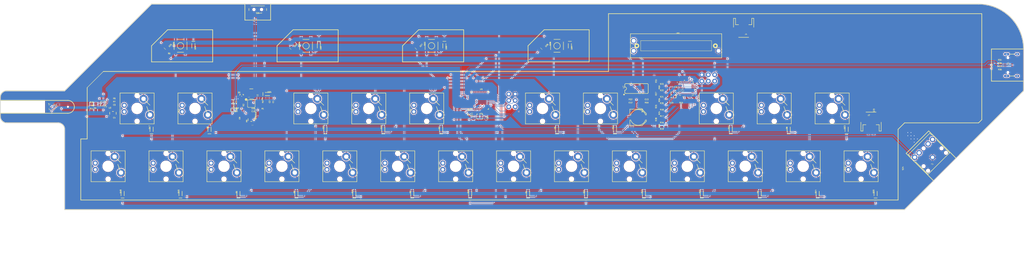
<source format=kicad_pcb>
(kicad_pcb (version 20221018) (generator pcbnew)
  (layers (0 "F.Cu" signal) (31 "B.Cu" signal) (34 "B.Paste" user) (35 "F.Paste" user) (36 "B.SilkS" user "B.Silkscreen") (37 "F.SilkS" user "F.Silkscreen") (38 "B.Mask" user) (39 "F.Mask" user) (44 "Edge.Cuts" user))
  (net 0 "")
  (net 1 "ROW1")
  (net 2 "ROW2")
  (net 3 "ROW3")
  (net 4 "ROW4")
  (net 5 "N$5")
  (net 6 "N$6")
  (net 7 "N$7")
  (net 8 "N$8")
  (net 9 "N$9")
  (net 10 "N$10")
  (net 11 "N$11")
  (net 12 "N$12")
  (net 13 "N$13")
  (net 14 "N$14")
  (net 15 "N$15")
  (net 16 "N$16")
  (net 17 "N$17")
  (net 18 "N$18")
  (net 19 "N$19")
  (net 20 "N$20")
  (net 21 "N$21")
  (net 22 "N$22")
  (net 23 "N$23")
  (net 24 "N$24")
  (net 25 "N$25")
  (net 26 "N$26")
  (net 27 "N$27")
  (net 28 "N$28")
  (net 29 "COL1")
  (net 30 "COL2")
  (net 31 "COL3")
  (net 32 "COL4")
  (net 33 "COL5")
  (net 34 "COL6")
  (net 35 "GND")
  (net 36 "VUSB")
  (net 37 "VBATT")
  (net 38 "N$1")
  (net 39 "N$2")
  (net 40 "N$3")
  (net 41 "N$4")
  (net 42 "EN")
  (net 43 "N$29")
  (net 44 "N$30")
  (net 45 "N$31")
  (net 46 "SCL1_8")
  (net 47 "SDA1_8")
  (net 48 "1.8V")
  (net 49 "N$40")
  (net 50 "SCL5")
  (net 51 "SDA5")
  (net 52 "5V")
  (net 53 "N$34")
  (net 54 "N$32")
  (net 55 "N$33")
  (net 56 "N$35")
  (net 57 "N$36")
  (net 58 "COL7")
  (net 59 "N$37")
  (net 60 "LED0")
  (net 61 "LED2")
  (net 62 "N$42")
  (net 63 "AREF")
  (net 64 "~{32U4_RESET}")
  (net 65 "32U4_SCK")
  (net 66 "32U4_CIPO")
  (net 67 "32U4_COPI")
  (net 68 "N$43")
  (net 69 "N$44")
  (net 70 "TXLED")
  (net 71 "UCAP")
  (net 72 "LED1")
  (net 73 "~{861RESET}")
  (net 74 "DAC_0")
  (net 75 "DAC_1")
  (net 76 "DAC_2")
  (net 77 "DAC_3")
  (net 78 "DAC_4")
  (net 79 "DAC_5")
  (net 80 "DAC_6")
  (net 81 "DAC_7")
  (net 82 "DAC_OUT")
  (net 83 "N$46")
  (net 84 "N$47")
  (net 85 "N$48")
  (net 86 "N$49")
  (net 87 "N$50")
  (net 88 "N$51")
  (net 89 "N$52")
  (net 90 "N$53")
  (net 91 "N$45")
  (net 92 "N$54")
  (net 93 "N$56")
  (net 94 "N$55")
  (net 95 "N$57")
  (net 96 "AUDIO_OUT")
  (net 97 "N$58")
  (net 98 "N$59")
  (net 99 "N$60")
  (net 100 "N$61")
  (net 101 "USB_P")
  (net 102 "USB_N")
  (net 103 "N$62")
  (net 104 "N$63")
  (net 105 "N$76")
  (net 106 "861CIPO")
  (net 107 "N$38")
  (net 108 "N$77")
  (net 109 "N$79")
  (net 110 "N$80")
  (footprint "working:0603" (layer "F.Cu") (at 340.2711 91.0336)
    (fp_text reference "R35")
    (fp_text value "5.1k")
  )
  (footprint "working:0603" (layer "F.Cu") (at 130.7211 108.8136)
    (fp_text reference "R14")
    (fp_text value "10k")
  )
  (footprint "working:0603" (layer "F.Cu") (at -8.9789 105.0036)
    (fp_text reference "C5")
    (fp_text value "1.0uF")
  )
  (footprint "working:CHERRY-MX-LED-1U" (layer "F.Cu") (at 162.4711 118.9736 -90)
    (fp_text reference "S19")
    (fp_text value "MECHANICAL-KEYBOARD1U")
  )
  (footprint "working:0603" (layer "F.Cu") (at 204.6351 93.9546 -90)
    (fp_text reference "R31")
    (fp_text value "10k")
  )
  (footprint "working:CHERRY-MX-LED-1U" (layer "F.Cu") (at 71.0311 118.9736 -90)
    (fp_text reference "S5")
    (fp_text value "MECHANICAL-KEYBOARD1U")
  )
  (footprint "working:0603" (layer "F.Cu") (at 340.2711 88.4936)
    (fp_text reference "R36")
    (fp_text value "5.1k")
  )
  (footprint "working:CHERRY-MX-LED-1U" (layer "F.Cu") (at -20.4089 118.9736 -90)
    (fp_text reference "S12")
    (fp_text value "MECHANICAL-KEYBOARD1U")
  )
  (footprint "working:SOD-323@1" (layer "F.Cu") (at 177.7111 139.2936 90)
    (fp_text reference "D21")
    (fp_text value "250mA/100V")
  )
  (footprint "working:0805" (layer "F.Cu") (at 51.9811 102.4636 -90)
    (fp_text reference "C2")
    (fp_text value "22uF")
  )
  (footprint "working:0805" (layer "F.Cu") (at 53.3781 102.4636 -90)
    (fp_text reference "C1")
    (fp_text value "22uF")
  )
  (footprint "working:CHERRY-MX-LED-1U" (layer "F.Cu") (at 59.6011 96.1136 -90)
    (fp_text reference "S6")
    (fp_text value "MECHANICAL-KEYBOARD1U")
  )
  (footprint "working:QFN-44-NOPAD_1_1-LESS_PASTE" (layer "F.Cu") (at 135.8011 102.4636)
    (fp_text reference "U5")
    (fp_text value "32U4")
  )
  (footprint "working:LED-0603@1" (layer "F.Cu") (at 161.2011 80.8736 -135)
    (fp_text reference "D28")
    (fp_text value "RED")
  )
  (footprint "" (layer "F.Cu") (at -26.7589 105.0036)
    (fp_text reference "@HOLE0" hide)
    (fp_text value "")
  )
  (footprint "working:SOD-323@1" (layer "F.Cu") (at 109.1311 139.2936 90)
    (fp_text reference "D2")
    (fp_text value "250mA/100V")
  )
  (footprint "working:LED-0603@1" (layer "F.Cu") (at 111.6711 80.8736 -135)
    (fp_text reference "D27")
    (fp_text value "RED")
  )
  (footprint "working:0603" (layer "F.Cu") (at 208.4451 113.0046 180)
    (fp_text reference "R19")
    (fp_text value "20k")
  )
  (footprint "working:0603" (layer "F.Cu") (at 212.2551 102.8446 180)
    (fp_text reference "C15")
    (fp_text value "22pF")
  )
  (footprint "working:SOD-323@1" (layer "F.Cu") (at 40.5511 139.2936 90)
    (fp_text reference "D1")
    (fp_text value "250mA/100V")
  )
  (footprint "working:0603" (layer "F.Cu") (at 38.0111 103.7336 -90)
    (fp_text reference "R13")
    (fp_text value "100k")
  )
  (footprint "working:SOD-323@1" (layer "F.Cu") (at 6.2611 113.8936 90)
    (fp_text reference "D17")
    (fp_text value "250mA/100V")
  )
  (footprint "working:PANASONIC_D" (layer "F.Cu") (at 198.2851 109.1946)
    (fp_text reference "C14")
    (fp_text value "100uF")
  )
  (footprint "working:0603" (layer "F.Cu") (at 208.4451 95.2246 180)
    (fp_text reference "R23")
    (fp_text value "20k")
  )
  (footprint "working:0603" (layer "F.Cu") (at 204.6351 109.1946 -90)
    (fp_text reference "R28")
    (fp_text value "10k")
  )
  (footprint "working:ICP-10101" (layer "F.Cu") (at -33.1089 105.0036)
    (fp_text reference "U$1" hide)
    (fp_text value "ICP-10101" hide)
  )
  (footprint "working:CHERRY-MX-LED-1U" (layer "F.Cu") (at 82.4611 96.1136 -90)
    (fp_text reference "S4")
    (fp_text value "MECHANICAL-KEYBOARD1U")
  )
  (footprint "working:SOD-323@1" (layer "F.Cu") (at 72.3011 80.8736 -90)
    (fp_text reference "D32")
    (fp_text value "250mA/100V")
  )
  (footprint "working:CHERRY-MX-LED-1U" (layer "F.Cu") (at 219.6211 96.1136 -90)
    (fp_text reference "S15")
    (fp_text value "MECHANICAL-KEYBOARD1U")
  )
  (footprint "working:MSOP8" (layer "F.Cu") (at 45.6311 103.7336 -90)
    (fp_text reference "U2")
    (fp_text value "PAM2401")
  )
  (footprint "working:CHERRY-MX-LED-1U" (layer "F.Cu") (at -8.9789 96.1136 -90)
    (fp_text reference "S11")
    (fp_text value "MECHANICAL-KEYBOARD1U")
  )
  (footprint "working:SO14" (layer "F.Cu") (at 197.0151 97.7646)
    (fp_text reference "U7")
    (fp_text value "LMV324")
  )
  (footprint "working:SOD-323@1" (layer "F.Cu") (at 86.2711 139.2936 90)
    (fp_text reference "D15")
    (fp_text value "250mA/100V")
  )
  (footprint "working:0603" (layer "F.Cu") (at -8.9789 102.4636)
    (fp_text reference "R5")
    (fp_text value "2.2k")
  )
  (footprint "working:SOD-323@1" (layer "F.Cu") (at 121.8311 80.8736 -90)
    (fp_text reference "D33")
    (fp_text value "250mA/100V")
  )
  (footprint "working:LED-0603@1" (layer "F.Cu") (at 12.6111 80.8736 -135)
    (fp_text reference "D25")
    (fp_text value "RED")
  )
  (footprint "working:0603" (layer "F.Cu") (at 200.8251 102.8446)
    (fp_text reference "C13")
    (fp_text value "0.1uF")
  )
  (footprint "working:TACTILE_SWITCH_SMD_5.2MM" (layer "F.Cu") (at 166.2811 80.8736 90)
    (fp_text reference "S28")
    (fp_text value "MOMENTARY-SWITCH-SPST-SMD-5.2MM-TALL")
  )
  (footprint "working:0603" (layer "F.Cu") (at 50.7111 102.4636 90)
    (fp_text reference "R4")
    (fp_text value "750K")
  )
  (footprint "working:SOD-323@1" (layer "F.Cu") (at 292.0111 139.2936 90)
    (fp_text reference "D20")
    (fp_text value "250mA/100V")
  )
  (footprint "working:CHERRY-MX-LED-1U" (layer "F.Cu") (at 93.8911 118.9736 -90)
    (fp_text reference "S1")
    (fp_text value "MECHANICAL-KEYBOARD1U")
  )
  (footprint "working:0603" (layer "F.Cu") (at 200.8251 104.1146)
    (fp_text reference "R33")
    (fp_text value "10")
  )
  (footprint "working:0603" (layer "F.Cu") (at 208.4451 107.9246 180)
    (fp_text reference "R17")
    (fp_text value "20k")
  )
  (footprint "working:TACTILE_SWITCH_SMD_5.2MM" (layer "F.Cu") (at 67.2211 80.8736 90)
    (fp_text reference "S26")
    (fp_text value "MOMENTARY-SWITCH-SPST-SMD-5.2MM-TALL")
  )
  (footprint "working:0603" (layer "F.Cu") (at 208.4451 97.7646 180)
    (fp_text reference "R22")
    (fp_text value "20k")
  )
  (footprint "working:SOD-323" (layer "F.Cu") (at 51.9811 99.9236)
    (fp_text reference "D35")
    (fp_text value "3A/10V/280mV")
  )
  (footprint "working:0603" (layer "F.Cu") (at -16.5989 106.2736)
    (fp_text reference "C6")
    (fp_text value "100pF")
  )
  (footprint "working:0603" (layer "F.Cu") (at 194.4751 102.8446)
    (fp_text reference "R32")
    (fp_text value "1k")
  )
  (footprint "working:CHERRY-MX-LED-1U" (layer "F.Cu") (at 253.9111 118.9736 -90)
    (fp_text reference "S22")
    (fp_text value "MECHANICAL-KEYBOARD1U")
  )
  (footprint "working:CHERRY-MX-LED-1U" (layer "F.Cu") (at 116.7511 118.9736 -90)
    (fp_text reference "S7")
    (fp_text value "MECHANICAL-KEYBOARD1U")
  )
  (footprint "working:CRYSTAL-SMD-2.0X1.6MM" (layer "F.Cu") (at 212.2551 100.3046 -90)
    (fp_text reference "Y1")
    (fp_text value "16MHz")
  )
  (footprint "working:SOD-323@1" (layer "F.Cu") (at -5.1689 139.2936 90)
    (fp_text reference "D18")
    (fp_text value "250mA/100V")
  )
  (footprint "working:0603" (layer "F.Cu") (at 208.4451 102.8446 180)
    (fp_text reference "R20")
    (fp_text value "20k")
  )
  (footprint "working:0603" (layer "F.Cu") (at 133.2611 108.8136 90)
    (fp_text reference "C11")
    (fp_text value "22pF")
  )
  (footprint "working:CHERRY-MX-LED-1U" (layer "F.Cu") (at 25.3111 118.9736 -90)
    (fp_text reference "S8")
    (fp_text value "MECHANICAL-KEYBOARD1U")
  )
  (footprint "working:SOT23-5" (layer "F.Cu") (at 45.6311 110.0836 180)
    (fp_text reference "U1")
    (fp_text value "MCP73831")
  )
  (footprint "working:CHERRY-MX-LED-1U" (layer "F.Cu") (at 13.8811 96.1136 -90)
    (fp_text reference "S9")
    (fp_text value "MECHANICAL-KEYBOARD1U")
  )
  (footprint "working:AUDIO-JACK" (layer "F.Cu") (at 314.499125 124.951629 135)
    (fp_text reference "J7")
    (fp_text value "AUDIO_JACK_3.5MM_PTH")
  )
  (footprint "working:SOD-323@1" (layer "F.Cu") (at 17.6911 139.2936 90)
    (fp_text reference "D16")
    (fp_text value "250mA/100V")
  )
  (footprint "working:VSSOP_8PIN" (layer "F.Cu") (at -12.7889 103.7336 180)
    (fp_text reference "U4")
    (fp_text value "")
  )
  (footprint "working:SOD-323@1" (layer "F.Cu") (at 22.7711 80.8736 -90)
    (fp_text reference "D29")
    (fp_text value "250mA/100V")
  )
  (footprint "working:INDUCTOR_4X4MM" (layer "F.Cu") (at 45.6311 99.9236 -90)
    (fp_text reference "L1")
    (fp_text value "2.2UH3A")
  )
  (footprint "working:0603" (layer "F.Cu") (at 50.7111 105.0036 180)
    (fp_text reference "R1")
    (fp_text value "100k")
  )
  (footprint "working:SOD-323@1" (layer "F.Cu") (at 74.8411 113.8936 90)
    (fp_text reference "D24")
    (fp_text value "250mA/100V")
  )
  (footprint "working:CHERRY-MX-LED-1U" (layer "F.Cu") (at 151.0411 96.1136 -90)
    (fp_text reference "S14")
    (fp_text value "MECHANICAL-KEYBOARD1U")
  )
  (footprint "working:0603" (layer "F.Cu") (at 194.4751 104.1146)
    (fp_text reference "C12")
    (fp_text value "10nF")
  )
  (footprint "working:SOT-416FL" (layer "F.Cu") (at 41.8211 99.9236)
    (fp_text reference "Q1")
    (fp_text value "100mA/20V/3.8Ω")
  )
  (footprint "working:0603" (layer "F.Cu") (at 39.2811 103.7336 90)
    (fp_text reference "R12")
    (fp_text value "1k")
  )
  (footprint "working:0603" (layer "F.Cu") (at 204.6351 104.1146 -90)
    (fp_text reference "R25")
    (fp_text value "10k")
  )
  (footprint "working:0603" (layer "F.Cu") (at 208.4451 110.4646 180)
    (fp_text reference "R16")
    (fp_text value "20k")
  )
  (footprint "working:SOD-323@1" (layer "F.Cu") (at 189.1411 113.8936 90)
    (fp_text reference "D12")
    (fp_text value "250mA/100V")
  )
  (footprint "working:SOD-323@1" (layer "F.Cu") (at 63.4111 139.2936 90)
    (fp_text reference "D9")
    (fp_text value "250mA/100V")
  )
  (footprint "working:0603" (layer "F.Cu") (at 205.9051 101.5746 -90)
    (fp_text reference "R26")
    (fp_text value "10k")
  )
  (footprint "working:0603" (layer "F.Cu") (at 208.4451 105.3846 180)
    (fp_text reference "R18")
    (fp_text value "20k")
  )
  (footprint "working:0603" (layer "F.Cu") (at 205.9051 106.6546 -90)
    (fp_text reference "R24")
    (fp_text value "10k")
  )
  (footprint "working:SOD-323@1" (layer "F.Cu") (at 97.7011 113.8936 90)
    (fp_text reference "D10")
    (fp_text value "250mA/100V")
  )
  (footprint "working:LED-0603@1" (layer "F.Cu") (at 62.1411 80.8736 -135)
    (fp_text reference "D26")
    (fp_text value "RED")
  )
  (footprint "working:0603" (layer "F.Cu") (at 340.2711 89.7636)
    (fp_text reference "R37")
    (fp_text value "5.1k")
  )
  (footprint "working:0603" (layer "F.Cu") (at 138.3411 108.8136 -90)
    (fp_text reference "C8")
    (fp_text value "22pF")
  )
  (footprint "working:CHERRY-MX-LED-1U" (layer "F.Cu") (at 173.9011 96.1136 -90)
    (fp_text reference "S16")
    (fp_text value "MECHANICAL-KEYBOARD1U")
  )
  (footprint "working:0603" (layer "F.Cu") (at 45.6311 107.5436)
    (fp_text reference "C10")
    (fp_text value "4.7uF")
  )
  (footprint "working:0603" (layer "F.Cu") (at 48.1711 110.0836 90)
    (fp_text reference "RPROG0")
    (fp_text value "2.0k")
  )
  (footprint "working:LED-0603@1" (layer "F.Cu") (at 45.6311 106.2736)
    (fp_text reference "D30")
    (fp_text value "BLUE")
  )
  (footprint "working:0603" (layer "F.Cu") (at 49.4411 102.4636 -90)
    (fp_text reference "R3")
    (fp_text value "100k")
  )
  (footprint "working:JST-2-SMD" (layer "F.Cu") (at 239.9411 74.5236 180)
    (fp_text reference "J4")
    (fp_text value "JST")
  )
  (footprint "working:SOD-323@1" (layer "F.Cu") (at 246.2911 139.2936 90)
    (fp_text reference "D3")
    (fp_text value "250mA/100V")
  )
  (footprint "working:0603" (layer "F.Cu") (at 216.0651 102.8446 180)
    (fp_text reference "R15")
    (fp_text value "10k")
  )
  (footprint "working:CHERRY-MX-LED-1U" (layer "F.Cu") (at 139.6111 118.9736 -90)
    (fp_text reference "S13")
    (fp_text value "MECHANICAL-KEYBOARD1U")
  )
  (footprint "working:TACTILE_SWITCH_SMD_5.2MM" (layer "F.Cu") (at 116.7511 80.8736 90)
    (fp_text reference "S27")
    (fp_text value "MOMENTARY-SWITCH-SPST-SMD-5.2MM-TALL")
  )
  (footprint "working:0603" (layer "F.Cu") (at 41.8211 110.0836 90)
    (fp_text reference "C9")
    (fp_text value "4.7uF")
  )
  (footprint "working:SOD-323@1" (layer "F.Cu") (at 131.9911 139.2936 90)
    (fp_text reference "D19")
    (fp_text value "250mA/100V")
  )
  (footprint "working:0603" (layer "F.Cu") (at -16.5989 102.4636 180)
    (fp_text reference "R10")
    (fp_text value "2.2k")
  )
  (footprint "working:0603" (layer "F.Cu") (at 208.4451 100.3046 180)
    (fp_text reference "R21")
    (fp_text value "20k")
  )
  (footprint "working:JST-2-SMD" (layer "F.Cu") (at 290.215046 110.0836)
    (fp_text reference "J2")
    (fp_text value "JST")
  )
  (footprint "working:SOD-323@1" (layer "F.Cu") (at 171.3611 80.8736 -90)
    (fp_text reference "D34")
    (fp_text value "250mA/100V")
  )
  (footprint "working:SOD-323@1" (layer "F.Cu") (at 166.2811 113.8936 90)
    (fp_text reference "D5")
    (fp_text value "250mA/100V")
  )
  (footprint "working:SOD-323@1" (layer "F.Cu") (at 200.5711 139.2936 90)
    (fp_text reference "D13")
    (fp_text value "250mA/100V")
  )
  (footprint "working:SOD-323@1" (layer "F.Cu") (at 257.7211 113.8936 90)
    (fp_text reference "D6")
    (fp_text value "250mA/100V")
  )
  (footprint "working:SOD-323@1" (layer "F.Cu") (at 234.8611 113.8936 90)
    (fp_text reference "D11")
    (fp_text value "250mA/100V")
  )
  (footprint "working:SOD-323@1" (layer "F.Cu") (at 223.4311 139.2936 90)
    (fp_text reference "D22")
    (fp_text value "250mA/100V")
  )
  (footprint "working:0603" (layer "F.Cu") (at -16.5989 103.7336 180)
    (fp_text reference "R8")
    (fp_text value "2.2k")
  )
  (footprint "working:SLIDER-SMALL" (layer "F.Cu") (at 213.2711 80.8736)
    (fp_text reference "VR1")
    (fp_text value "10k")
  )
  (footprint "working:SOD-323" (layer "F.Cu") (at 39.2811 106.2736)
    (fp_text reference "D31")
    (fp_text value "3A/10V/280mV")
  )
  (footprint "working:CHERRY-MX-LED-1U" (layer "F.Cu") (at 105.3211 96.1136 -90)
    (fp_text reference "S2")
    (fp_text value "MECHANICAL-KEYBOARD1U")
  )
  (footprint "working:CHERRY-MX-LED-1U" (layer "F.Cu") (at 208.1911 118.9736 -90)
    (fp_text reference "S18")
    (fp_text value "MECHANICAL-KEYBOARD1U")
  )
  (footprint "working:TACTILE_SWITCH_SMD_5.2MM" (layer "F.Cu") (at 17.6911 80.8736 90)
    (fp_text reference "S25")
    (fp_text value "MOMENTARY-SWITCH-SPST-SMD-5.2MM-TALL")
  )
  (footprint "working:CHERRY-MX-LED-1U" (layer "F.Cu") (at 2.4511 118.9736 -90)
    (fp_text reference "S10")
    (fp_text value "MECHANICAL-KEYBOARD1U")
  )
  (footprint "working:USB-C-16P-2LAYER-PADS" (layer "F.Cu") (at 342.8111 88.4936 90)
    (fp_text reference "J6")
    (fp_text value "")
  )
  (footprint "working:0603" (layer "F.Cu") (at -30.5689 105.0036 90)
    (fp_text reference "C7")
    (fp_text value "0.1uF")
  )
  (footprint "working:SOD-323@1" (layer "F.Cu") (at 154.8511 139.2936 90)
    (fp_text reference "D4")
    (fp_text value "250mA/100V")
  )
  (footprint "working:CREATIVE_COMMONS" (layer "F.Cu") (at 124.3711 167.2336)
    (fp_text reference "FRAME1" hide)
    (fp_text value "FRAME-LEDGER" hide)
  )
  (footprint "working:SOT23-5" (layer "F.Cu") (at -8.9789 107.5436)
    (fp_text reference "U3")
    (fp_text value "AP2127K-1.8V")
  )
  (footprint "working:0603" (layer "F.Cu") (at 212.2551 97.7646)
    (fp_text reference "C16")
    (fp_text value "22pF")
  )
  (footprint "working:0603" (layer "F.Cu") (at 43.0911 110.0836 -90)
    (fp_text reference "R9")
    (fp_text value "1k")
  )
  (footprint "working:CHERRY-MX-LED-1U" (layer "F.Cu") (at 242.4811 96.1136 -90)
    (fp_text reference "S21")
    (fp_text value "MECHANICAL-KEYBOARD1U")
  )
  (footprint "working:CHERRY-MX-LED-1U" (layer "F.Cu") (at 48.1711 118.9736 -90)
    (fp_text reference "S3")
    (fp_text value "MECHANICAL-KEYBOARD1U")
  )
  (footprint "working:SOD-323@1" (layer "F.Cu") (at 269.1511 139.2936 90)
    (fp_text reference "D14")
    (fp_text value "250mA/100V")
  )
  (footprint "working:CHERRY-MX-LED-1U" (layer "F.Cu") (at 185.3311 118.9736 -90)
    (fp_text reference "S17")
    (fp_text value "MECHANICAL-KEYBOARD1U")
  )
  (footprint "working:CRYSTAL-SMD-2.0X1.6MM" (layer "F.Cu") (at 135.8011 108.8136)
    (fp_text reference "Y2")
    (fp_text value "16MHz")
  )
  (footprint "working:SOD-323@1" (layer "F.Cu") (at 29.1211 113.8936 90)
    (fp_text reference "D8")
    (fp_text value "250mA/100V")
  )
  (footprint "working:0603" (layer "F.Cu") (at -8.9789 103.7336)
    (fp_text reference "R7")
    (fp_text value "2.2k")
  )
  (footprint "working:0603" (layer "F.Cu") (at 204.6351 99.0346 -90)
    (fp_text reference "R27")
    (fp_text value "10k")
  )
  (footprint "working:0603" (layer "F.Cu") (at 12.6111 84.6836)
    (fp_text reference "R6")
    (fp_text value "330")
  )
  (footprint "working:SWITCH_SPST_SMD_A" (layer "F.Cu") (at 48.1711 66.5226)
    (fp_text reference "S31")
    (fp_text value "")
  )
  (footprint "working:32M1-A_ATM" (layer "F.Cu") (at 217.3351 97.7646)
    (fp_text reference "U6")
    (fp_text value "ATTINY861V-10MU")
  )
  (footprint "working:0603" (layer "F.Cu") (at 340.2711 87.2236)
    (fp_text reference "R34")
    (fp_text value "5.1k")
  )
  (footprint "working:CHERRY-MX-LED-1U" (layer "F.Cu") (at 265.3411 96.1136 -90)
    (fp_text reference "S23")
    (fp_text value "MECHANICAL-KEYBOARD1U")
  )
  (footprint "working:0603" (layer "F.Cu") (at 205.9051 111.7346 -90)
    (fp_text reference "R29")
    (fp_text value "10k")
  )
  (footprint "working:SOD-323@1" (layer "F.Cu") (at 120.5611 113.8936 90)
    (fp_text reference "D7")
    (fp_text value "250mA/100V")
  )
  (footprint "working:CHERRY-MX-LED-1U" (layer "F.Cu") (at 231.0511 118.9736 -90)
    (fp_text reference "S20")
    (fp_text value "MECHANICAL-KEYBOARD1U")
  )
  (footprint "working:0603" (layer "F.Cu") (at 41.8211 103.7336 -90)
    (fp_text reference "R2")
    (fp_text value "750K")
  )
  (footprint "working:0603" (layer "F.Cu") (at -16.5989 105.0036 180)
    (fp_text reference "R11")
    (fp_text value "200k")
  )
  (footprint "working:0805" (layer "F.Cu") (at 40.5511 103.7336 90)
    (fp_text reference "C3")
    (fp_text value "22uF")
  )
  (footprint "working:CHERRY-MX-LED-1U" (layer "F.Cu") (at 276.7711 118.9736 -90)
    (fp_text reference "S24")
    (fp_text value "MECHANICAL-KEYBOARD1U")
  )
  (footprint "working:0603" (layer "F.Cu") (at -8.9789 110.0836)
    (fp_text reference "C4")
    (fp_text value "1.0uF")
  )
  (footprint "working:0603" (layer "F.Cu") (at 205.9051 96.4946 -90)
    (fp_text reference "R30")
    (fp_text value "10k")
  )
  (footprint "working:SOD-323@1" (layer "F.Cu") (at 280.5811 113.8936 90)
    (fp_text reference "D23")
    (fp_text value "250mA/100V")
  )
  (footprint "working:2X3-NS" (layer "B.Cu") (at 225.9711 93.5736 180)
    (fp_text reference "J3")
    (fp_text value "AVR_SPI_PROG_3X2NS")
  )
  (footprint "working:2X3-NS" (layer "B.Cu") (at 148.5011 102.4636 90)
    (fp_text reference "J5")
    (fp_text value "AVR_SPI_PROG_3X2NS")
  )
  (gr_line (start 111.6711 74.5236) (end 129.4511 74.5236) (stroke (width 0.254)) (layer "F.SilkS"))
  (gr_line (start 333.9211 110.0836) (end 333.9211 68.1736) (stroke (width 0.254)) (layer "F.SilkS"))
  (gr_line (start -28.0289 145.6436) (end -28.0289 113.8936) (stroke (width 0.254)) (layer "F.SilkS"))
  (gr_line (start -12.7889 91.0336) (end 186.6011 91.0336) (stroke (width 0.254)) (layer "F.SilkS"))
  (gr_line (start 53.2511 70.7136) (end 53.2511 64.3636) (stroke (width 0.254)) (layer "F.SilkS"))
  (gr_line (start -53.4289 108.8136) (end -53.4289 107.5436) (stroke (width 0.254)) (layer "F.SilkS"))
  (gr_line (start 186.6011 68.1736) (end 333.9211 68.1736) (stroke (width 0.254)) (layer "F.SilkS"))
  (gr_line (start 129.4511 87.2236) (end 105.3211 87.2236) (stroke (width 0.254)) (layer "F.SilkS"))
  (gr_line (start 55.7911 80.8736) (end 62.1411 74.5236) (stroke (width 0.254)) (layer "F.SilkS"))
  (gr_arc (start -30.5689 111.3536) (mid -28.772849 112.097549) (end -28.0289 113.8936) (stroke (width 0.254)) (layer "F.SilkS"))
  (gr_line (start 303.4411 111.3536) (end 332.6511 111.3536) (stroke (width 0.254)) (layer "F.SilkS"))
  (gr_arc (start 332.6511 64.3636) (mid 345.223459 69.571241) (end 350.4311 82.1436) (stroke (width 0.254)) (layer "F.SilkS"))
  (gr_arc (start -53.4289 101.1936) (mid -52.684951 99.397549) (end -50.8889 98.6536) (stroke (width 0.254)) (layer "F.SilkS"))
  (gr_line (start 350.4311 82.1436) (end 337.7311 82.1436) (stroke (width 0.254)) (layer "F.SilkS"))
  (gr_line (start 178.9811 87.2236) (end 178.9811 74.5236) (stroke (width 0.254)) (layer "F.SilkS"))
  (gr_line (start 6.2611 64.3636) (end 43.0911 64.3636) (stroke (width 0.254)) (layer "F.SilkS"))
  (gr_line (start -19.1389 117.7036) (end -19.1389 97.3836) (stroke (width 0.254)) (layer "F.SilkS"))
  (gr_line (start 30.3911 74.5236) (end 30.3911 87.2236) (stroke (width 0.254)) (layer "F.SilkS"))
  (gr_line (start 178.9811 74.5236) (end 161.2011 74.5236) (stroke (width 0.254)) (layer "F.SilkS"))
  (gr_arc (start -26.758901 102.463599) (mid -24.962849 103.207548) (end -24.2189 105.0036) (stroke (width 0.254)) (layer "F.SilkS"))
  (gr_line (start 79.9211 87.2236) (end 55.7911 87.2236) (stroke (width 0.254)) (layer "F.SilkS"))
  (gr_line (start 154.8511 87.2236) (end 178.9811 87.2236) (stroke (width 0.254)) (layer "F.SilkS"))
  (gr_arc (start -24.218901 105.003599) (mid -24.962849 106.799651) (end -26.7589 107.5436) (stroke (width 0.254)) (layer "F.SilkS"))
  (gr_line (start 105.3211 87.2236) (end 105.3211 80.8736) (stroke (width 0.254)) (layer "F.SilkS"))
  (gr_line (start -28.0289 98.6536) (end 6.2611 64.3636) (stroke (width 0.254)) (layer "F.SilkS"))
  (gr_line (start -21.6789 141.8336) (end -21.6789 117.7036) (stroke (width 0.254)) (layer "F.SilkS"))
  (gr_line (start 43.0911 64.3636) (end 43.0911 70.7136) (stroke (width 0.254)) (layer "F.SilkS"))
  (gr_line (start 43.0911 70.7136) (end 53.2511 70.7136) (stroke (width 0.254)) (layer "F.SilkS"))
  (gr_line (start 12.6111 74.5236) (end 30.3911 74.5236) (stroke (width 0.254)) (layer "F.SilkS"))
  (gr_line (start 62.1411 74.5236) (end 79.9211 74.5236) (stroke (width 0.254)) (layer "F.SilkS"))
  (gr_line (start 304.0761 123.4186) (end 314.8711 134.2136) (stroke (width 0.254)) (layer "F.SilkS"))
  (gr_line (start 6.2611 80.8736) (end 12.6111 74.5236) (stroke (width 0.254)) (layer "F.SilkS"))
  (gr_line (start 154.8511 80.8736) (end 154.8511 87.2236) (stroke (width 0.254)) (layer "F.SilkS"))
  (gr_line (start 323.7611 125.3236) (end 312.9661 114.5286) (stroke (width 0.254)) (layer "F.SilkS"))
  (gr_line (start -19.1389 97.3836) (end -12.7889 91.0336) (stroke (width 0.1524)) (layer "F.SilkS"))
  (gr_line (start -21.6789 117.7036) (end -19.1389 117.7036) (stroke (width 0.254)) (layer "F.SilkS"))
  (gr_line (start 303.4411 111.3536) (end 300.9011 113.8936) (stroke (width 0.254)) (layer "F.SilkS"))
  (gr_arc (start -50.8889 111.3536) (mid -52.684951 110.609651) (end -53.4289 108.8136) (stroke (width 0.254)) (layer "F.SilkS"))
  (gr_line (start 350.4311 98.6536) (end 325.0311 124.0536) (stroke (width 0.254)) (layer "F.SilkS"))
  (gr_line (start 53.2511 64.3636) (end 332.6511 64.3636) (stroke (width 0.254)) (layer "F.SilkS"))
  (gr_line (start -50.8889 98.6536) (end -28.0289 98.6536) (stroke (width 0.254)) (layer "F.SilkS"))
  (gr_line (start 6.2611 87.2236) (end 6.2611 80.8736) (stroke (width 0.254)) (layer "F.SilkS"))
  (gr_line (start -26.7589 102.4636) (end -53.4289 102.4636) (stroke (width 0.254)) (layer "F.SilkS"))
  (gr_line (start 300.9011 113.8936) (end 300.9011 141.8336) (stroke (width 0.254)) (layer "F.SilkS"))
  (gr_line (start 303.4411 145.6436) (end -28.0289 145.6436) (stroke (width 0.254)) (layer "F.SilkS"))
  (gr_line (start -30.5689 111.3536) (end -50.8889 111.3536) (stroke (width 0.254)) (layer "F.SilkS"))
  (gr_line (start 129.4511 74.5236) (end 129.4511 87.2236) (stroke (width 0.254)) (layer "F.SilkS"))
  (gr_line (start -21.6789 141.8336) (end 300.9011 141.8336) (stroke (width 0.254)) (layer "F.SilkS"))
  (gr_line (start 186.6011 91.0336) (end 186.6011 68.1736) (stroke (width 0.254)) (layer "F.SilkS"))
  (gr_line (start 79.9211 74.5236) (end 79.9211 87.2236) (stroke (width 0.254)) (layer "F.SilkS"))
  (gr_line (start 332.6511 111.3536) (end 333.9211 110.0836) (stroke (width 0.254)) (layer "F.SilkS"))
  (gr_line (start 312.9661 114.5286) (end 304.0761 123.4186) (stroke (width 0.254)) (layer "F.SilkS"))
  (gr_line (start 350.4311 94.8436) (end 350.4311 98.6536) (stroke (width 0.254)) (layer "F.SilkS"))
  (gr_line (start 30.3911 87.2236) (end 6.2611 87.2236) (stroke (width 0.254)) (layer "F.SilkS"))
  (gr_line (start 55.7911 87.2236) (end 55.7911 80.8736) (stroke (width 0.254)) (layer "F.SilkS"))
  (gr_line (start -53.4289 102.4636) (end -53.4289 101.1936) (stroke (width 0.254)) (layer "F.SilkS"))
  (gr_line (start 105.3211 80.8736) (end 111.6711 74.5236) (stroke (width 0.254)) (layer "F.SilkS"))
  (gr_line (start 337.7311 82.1436) (end 337.7311 94.8436) (stroke (width 0.254)) (layer "F.SilkS"))
  (gr_line (start 161.2011 74.5236) (end 154.8511 80.8736) (stroke (width 0.254)) (layer "F.SilkS"))
  (gr_line (start 313.6011 135.4836) (end 303.4411 145.6436) (stroke (width 0.254)) (layer "F.SilkS"))
  (gr_line (start 337.7311 94.8436) (end 350.4311 94.8436) (stroke (width 0.254)) (layer "F.SilkS"))
  (gr_line (start -53.4289 107.5436) (end -26.7589 107.5436) (stroke (width 0.254)) (layer "F.SilkS"))
  (gr_line (start -50.8889 98.6536) (end -28.0289 98.6536) (stroke (width 0.254)) (layer "Edge.Cuts"))
  (gr_line (start -28.0289 98.6536) (end 6.2611 64.3636) (stroke (width 0.254)) (layer "Edge.Cuts"))
  (gr_line (start 350.4311 98.6536) (end 350.4311 82.1436) (stroke (width 0.254)) (layer "Edge.Cuts"))
  (gr_arc (start -30.5689 111.3536) (mid -28.772849 112.097549) (end -28.0289 113.8936) (stroke (width 0.254)) (layer "Edge.Cuts"))
  (gr_line (start 332.6511 64.3636) (end 6.2611 64.3636) (stroke (width 0.254)) (layer "Edge.Cuts"))
  (gr_arc (start -53.4289 101.1936) (mid -52.684951 99.397549) (end -50.8889 98.6536) (stroke (width 0.254)) (layer "Edge.Cuts"))
  (gr_line (start -28.0289 113.8936) (end -28.0289 145.6436) (stroke (width 0.254)) (layer "Edge.Cuts"))
  (gr_arc (start -50.8889 111.3536) (mid -52.684951 110.609651) (end -53.4289 108.8136) (stroke (width 0.254)) (layer "Edge.Cuts"))
  (gr_line (start -50.8889 111.3536) (end -30.5689 111.3536) (stroke (width 0.254)) (layer "Edge.Cuts"))
  (gr_arc (start 332.6511 64.3636) (mid 345.223459 69.571241) (end 350.4311 82.1436) (stroke (width 0.254)) (layer "Edge.Cuts"))
  (gr_line (start -28.0289 145.6436) (end 303.4411 145.6436) (stroke (width 0.254)) (layer "Edge.Cuts"))
  (gr_line (start 303.4411 145.6436) (end 350.4311 98.6536) (stroke (width 0.254)) (layer "Edge.Cuts"))
  (gr_line (start -53.4289 101.1936) (end -53.4289 108.8136) (stroke (width 0.254)) (layer "Edge.Cuts"))
  (segment (start 15.7861 97.3836) (end 24.0411 97.3836) (width 0.254) (layer "F.Cu") (net 1))
  (segment (start 121.8311 97.3836) (end 134.0231 97.3836) (width 0.1524) (layer "F.Cu") (net 1))
  (segment (start 15.7861 83.6676) (end 15.7861 97.3836) (width 0.1524) (layer "F.Cu") (net 1))
  (segment (start 3.0861 101.8286) (end 3.0861 99.2886) (width 0.254) (layer "F.Cu") (net 1))
  (segment (start 58.3311 120.2436) (end 59.6011 118.9736) (width 0.1524) (layer "F.Cu") (net 1))
  (segment (start 14.5161 97.3836) (end 15.7861 97.3836) (width 0.254) (layer "F.Cu") (net 1))
  (segment (start 14.5161 120.2436) (end 37.3761 120.2436) (width 0.254) (layer "F.Cu") (net 1))
  (segment (start 59.6011 118.9736) (end 59.6011 98.6536) (width 0.1524) (layer "F.Cu") (net 1))
  (segment (start 4.9911 97.3836) (end 14.5161 97.3836) (width 0.254) (layer "F.Cu") (net 1))
  (segment (start 37.3761 120.2436) (end 37.3761 124.6886) (width 0.254) (layer "F.Cu") (net 1))
  (segment (start -8.3439 122.1486) (end -6.4389 120.2436) (width 0.254) (layer "F.Cu") (net 1))
  (segment (start 3.0861 99.2886) (end 4.9911 97.3836) (width 0.254) (layer "F.Cu") (net 1))
  (segment (start -6.4389 120.2436) (end 14.5161 120.2436) (width 0.254) (layer "F.Cu") (net 1))
  (segment (start 25.9461 99.2886) (end 25.9461 101.8286) (width 0.254) (layer "F.Cu") (net 1))
  (segment (start 14.5161 124.6886) (end 14.5161 120.2436) (width 0.254) (layer "F.Cu") (net 1))
  (segment (start 60.2361 124.6886) (end 60.2361 122.1486) (width 0.254) (layer "F.Cu") (net 1))
  (segment (start 134.0231 97.3836) (end 134.822231 98.182732) (width 0.1524) (layer "F.Cu") (net 1))
  (segment (start 134.822231 98.182732) (end 134.822231 99.1271) (width 0.1524) (layer "F.Cu") (net 1))
  (segment (start 37.3761 120.2436) (end 58.3311 120.2436) (width 0.254) (layer "F.Cu") (net 1))
  (segment (start -8.3439 124.6886) (end -8.3439 122.1486) (width 0.254) (layer "F.Cu") (net 1))
  (segment (start 24.0411 97.3836) (end 25.9461 99.2886) (width 0.254) (layer "F.Cu") (net 1))
  (segment (start 60.2361 122.1486) (end 58.3311 120.2436) (width 0.254) (layer "F.Cu") (net 1))
  (segment (start 14.5161 120.2436) (end 14.5161 97.3836) (width 0.254) (layer "F.Cu") (net 1))
  (via (at 59.6011 98.6536) (size 0.5588) (drill 0.3048) (layers "F.Cu" "B.Cu") (net 1))
  (via (at 121.8311 97.3836) (size 0.5588) (drill 0.3048) (layers "F.Cu" "B.Cu") (net 1))
  (segment (start 59.6011 98.6536) (end 120.5611 98.6536) (width 0.1524) (layer "B.Cu") (net 1))
  (segment (start 120.5611 98.6536) (end 121.8311 97.3836) (width 0.1524) (layer "B.Cu") (net 1))
  (segment (start 126.9111 120.2436) (end 128.8161 122.1486) (width 0.254) (layer "F.Cu") (net 2))
  (segment (start 105.9561 120.2436) (end 105.9561 97.3836) (width 0.254) (layer "F.Cu") (net 2))
  (segment (start 134.5311 96.1136) (end 120.5611 96.1136) (width 0.1524) (layer "F.Cu") (net 2))
  (segment (start 69.7611 97.3836) (end 71.6661 99.2886) (width 0.1524) (layer "F.Cu") (net 2))
  (segment (start 73.5711 97.3836) (end 94.5261 97.3836) (width 0.254) (layer "F.Cu") (net 2))
  (segment (start 105.9561 97.3836) (end 115.4811 97.3836) (width 0.254) (layer "F.Cu") (net 2))
  (segment (start 94.5261 97.3836) (end 105.9561 97.3836) (width 0.254) (layer "F.Cu") (net 2))
  (segment (start 71.6661 99.2886) (end 73.5711 97.3836) (width 0.254) (layer "F.Cu") (net 2))
  (segment (start 65.3161 96.7486) (end 65.9511 97.3836) (width 0.1524) (layer "F.Cu") (net 2))
  (segment (start 120.5611 96.1136) (end 117.3861 99.2886) (width 0.1524) (layer "F.Cu") (net 2))
  (segment (start 85.0011 120.2436) (end 105.9561 120.2436) (width 0.254) (layer "F.Cu") (net 2))
  (segment (start 71.6661 101.8286) (end 71.6661 99.2886) (width 0.254) (layer "F.Cu") (net 2))
  (segment (start 105.9561 124.6886) (end 105.9561 120.2436) (width 0.254) (layer "F.Cu") (net 2))
  (segment (start 94.5261 101.8286) (end 94.5261 97.3836) (width 0.254) (layer "F.Cu") (net 2))
  (segment (start 117.3861 99.2886) (end 117.3861 101.8286) (width 0.254) (layer "F.Cu") (net 2))
  (segment (start 65.9511 97.3836) (end 69.7611 97.3836) (width 0.1524) (layer "F.Cu") (net 2))
  (segment (start 105.9561 120.2436) (end 126.9111 120.2436) (width 0.254) (layer "F.Cu") (net 2))
  (segment (start 115.4811 97.3836) (end 117.3861 99.2886) (width 0.254) (layer "F.Cu") (net 2))
  (segment (start 135.3011 99.1271) (end 135.3011 96.8836) (width 0.1524) (layer "F.Cu") (net 2))
  (segment (start 83.0961 122.1486) (end 85.0011 120.2436) (width 0.254) (layer "F.Cu") (net 2))
  (segment (start 128.8161 122.1486) (end 128.8161 124.6886) (width 0.254) (layer "F.Cu") (net 2))
  (segment (start 65.3161 83.6676) (end 65.3161 96.7486) (width 0.1524) (layer "F.Cu") (net 2))
  (segment (start 83.0961 124.6886) (end 83.0961 122.1486) (width 0.254) (layer "F.Cu") (net 2))
  (segment (start 135.3011 96.8836) (end 134.5311 96.1136) (width 0.1524) (layer "F.Cu") (net 2))
  (segment (start 245.0211 120.2436) (end 265.9761 120.2436) (width 0.254) (layer "F.Cu") (net 3))
  (segment (start 265.9761 124.6886) (end 265.9761 120.2436) (width 0.254) (layer "F.Cu") (net 3))
  (segment (start 286.9311 120.2436) (end 288.8361 122.1486) (width 0.254) (layer "F.Cu") (net 3))
  (segment (start 114.8461 83.6676) (end 114.8461 89.1286) (width 0.1524) (layer "F.Cu") (net 3))
  (segment (start 288.8361 122.1486) (end 288.8361 124.6886) (width 0.254) (layer "F.Cu") (net 3))
  (segment (start 265.9761 120.2436) (end 265.9761 97.3836) (width 0.254) (layer "F.Cu") (net 3))
  (segment (start 116.7511 91.0336) (end 133.2611 91.0336) (width 0.1524) (layer "F.Cu") (net 3))
  (segment (start 114.8461 89.1286) (end 116.7511 91.0336) (width 0.1524) (layer "F.Cu") (net 3))
  (segment (start 133.2611 91.0336) (end 135.8011 93.5736) (width 0.1524) (layer "F.Cu") (net 3))
  (segment (start 233.5911 97.3836) (end 254.5461 97.3836) (width 0.254) (layer "F.Cu") (net 3))
  (segment (start 133.2611 91.0336) (end 138.3411 85.9536) (width 0.1524) (layer "F.Cu") (net 3))
  (segment (start 265.9761 97.3836) (end 275.5011 97.3836) (width 0.254) (layer "F.Cu") (net 3))
  (segment (start 286.9311 120.2436) (end 265.9761 120.2436) (width 0.254) (layer "F.Cu") (net 3))
  (segment (start 277.4061 99.2886) (end 277.4061 101.8286) (width 0.254) (layer "F.Cu") (net 3))
  (segment (start 231.6861 99.2886) (end 233.5911 97.3836) (width 0.254) (layer "F.Cu") (net 3))
  (segment (start 254.5461 101.8286) (end 254.5461 97.3836) (width 0.254) (layer "F.Cu") (net 3))
  (segment (start 243.1161 124.6886) (end 243.1161 122.1486) (width 0.254) (layer "F.Cu") (net 3))
  (segment (start 275.5011 97.3836) (end 277.4061 99.2886) (width 0.254) (layer "F.Cu") (net 3))
  (segment (start 231.6861 101.8286) (end 231.6861 99.2886) (width 0.254) (layer "F.Cu") (net 3))
  (segment (start 233.5911 85.9536) (end 233.5911 97.3836) (width 0.1524) (layer "F.Cu") (net 3))
  (segment (start 135.8011 93.5736) (end 135.8011 99.1271) (width 0.1524) (layer "F.Cu") (net 3))
  (segment (start 243.1161 122.1486) (end 245.0211 120.2436) (width 0.254) (layer "F.Cu") (net 3))
  (segment (start 254.5461 97.3836) (end 265.9761 97.3836) (width 0.254) (layer "F.Cu") (net 3))
  (via (at 138.3411 85.9536) (size 0.5588) (drill 0.3048) (layers "F.Cu" "B.Cu") (net 3))
  (via (at 233.5911 85.9536) (size 0.5588) (drill 0.3048) (layers "F.Cu" "B.Cu") (net 3))
  (segment (start 138.3411 85.9536) (end 233.5911 85.9536) (width 0.1524) (layer "B.Cu") (net 3))
  (segment (start 136.3011 99.1271) (end 136.3011 94.3436) (width 0.1524) (layer "F.Cu") (net 4))
  (segment (start 174.5361 120.2436) (end 197.3961 120.2436) (width 0.254) (layer "F.Cu") (net 4))
  (segment (start 197.3961 120.2436) (end 218.3511 120.2436) (width 0.254) (layer "F.Cu") (net 4))
  (segment (start 164.3761 83.6676) (end 164.3761 84.0486) (width 0.1524) (layer "F.Cu") (net 4))
  (segment (start 163.1061 99.2886) (end 165.0111 97.3836) (width 0.254) (layer "F.Cu") (net 4))
  (segment (start 174.5361 120.2436) (end 174.5361 97.3836) (width 0.254) (layer "F.Cu") (net 4))
  (segment (start 184.0611 97.3836) (end 185.9661 99.2886) (width 0.254) (layer "F.Cu") (net 4))
  (segment (start 151.6761 124.6886) (end 151.6761 122.1486) (width 0.254) (layer "F.Cu") (net 4))
  (segment (start 185.9661 99.2886) (end 185.9661 101.8286) (width 0.254) (layer "F.Cu") (net 4))
  (segment (start 165.0111 97.3836) (end 174.5361 97.3836) (width 0.254) (layer "F.Cu") (net 4))
  (segment (start 151.6761 122.1486) (end 153.5811 120.2436) (width 0.254) (layer "F.Cu") (net 4))
  (segment (start 218.3511 120.2436) (end 220.2561 122.1486) (width 0.254) (layer "F.Cu") (net 4))
  (segment (start 136.3011 94.3436) (end 137.0711 93.5736) (width 0.1524) (layer "F.Cu") (net 4))
  (segment (start 165.0111 84.6836) (end 165.0111 97.3836) (width 0.1524) (layer "F.Cu") (net 4))
  (segment (start 163.1061 101.8286) (end 163.1061 99.2886) (width 0.254) (layer "F.Cu") (net 4))
  (segment (start 174.5361 124.6886) (end 174.5361 120.2436) (width 0.254) (layer "F.Cu") (net 4))
  (segment (start 174.5361 97.3836) (end 184.0611 97.3836) (width 0.254) (layer "F.Cu") (net 4))
  (segment (start 220.2561 122.1486) (end 220.2561 124.6886) (width 0.254) (layer "F.Cu") (net 4))
  (segment (start 197.3961 124.6886) (end 197.3961 120.2436) (width 0.254) (layer "F.Cu") (net 4))
  (segment (start 153.5811 120.2436) (end 174.5361 120.2436) (width 0.254) (layer "F.Cu") (net 4))
  (segment (start 164.3761 84.0486) (end 165.0111 84.6836) (width 0.1524) (layer "F.Cu") (net 4))
  (via (at 137.0711 93.5736) (size 0.5588) (drill 0.3048) (layers "F.Cu" "B.Cu") (net 4))
  (segment (start 157.3911 93.5736) (end 163.1061 99.2886) (width 0.1524) (layer "B.Cu") (net 4))
  (segment (start 137.0711 93.5736) (end 157.3911 93.5736) (width 0.1524) (layer "B.Cu") (net 4))
  (segment (start 163.1061 99.2886) (end 163.1061 101.8286) (width 0.1524) (layer "B.Cu") (net 4))
  (segment (start 40.5511 138.1436) (end 40.5511 132.3086) (width 0.254) (layer "F.Cu") (net 5))
  (segment (start 40.5511 132.3086) (end 39.9161 131.0386) (width 0.254) (layer "F.Cu") (net 5))
  (segment (start 109.1311 132.3086) (end 108.4961 131.0386) (width 0.254) (layer "F.Cu") (net 6))
  (segment (start 109.1311 138.1436) (end 109.1311 132.3086) (width 0.254) (layer "F.Cu") (net 6))
  (segment (start 246.2911 132.3086) (end 245.6561 131.0386) (width 0.254) (layer "F.Cu") (net 7))
  (segment (start 246.2911 138.1436) (end 246.2911 132.3086) (width 0.254) (layer "F.Cu") (net 7))
  (segment (start 154.8511 132.3086) (end 154.2161 131.0386) (width 0.254) (layer "F.Cu") (net 8))
  (segment (start 154.8511 138.1436) (end 154.8511 132.3086) (width 0.254) (layer "F.Cu") (net 8))
  (segment (start 166.2811 109.4486) (end 165.6461 108.1786) (width 0.254) (layer "F.Cu") (net 9))
  (segment (start 166.2811 112.7436) (end 166.2811 109.4486) (width 0.254) (layer "F.Cu") (net 9))
  (segment (start 257.7211 112.7436) (end 257.7211 109.4486) (width 0.254) (layer "F.Cu") (net 10))
  (segment (start 257.7211 109.4486) (end 257.0861 108.1786) (width 0.254) (layer "F.Cu") (net 10))
  (segment (start 120.5611 112.7436) (end 120.5611 109.4486) (width 0.254) (layer "F.Cu") (net 11))
  (segment (start 120.5611 109.4486) (end 119.9261 108.1786) (width 0.254) (layer "F.Cu") (net 11))
  (segment (start 29.1211 112.7436) (end 29.1211 109.4486) (width 0.254) (layer "F.Cu") (net 12))
  (segment (start 29.1211 109.4486) (end 28.4861 108.1786) (width 0.254) (layer "F.Cu") (net 12))
  (segment (start 63.4111 132.3086) (end 62.7761 131.0386) (width 0.254) (layer "F.Cu") (net 13))
  (segment (start 63.4111 138.1436) (end 63.4111 132.3086) (width 0.254) (layer "F.Cu") (net 13))
  (segment (start 97.7011 109.4486) (end 97.0661 108.1786) (width 0.254) (layer "F.Cu") (net 14))
  (segment (start 97.7011 112.7436) (end 97.7011 109.4486) (width 0.254) (layer "F.Cu") (net 14))
  (segment (start 234.8611 112.7436) (end 234.8611 109.4486) (width 0.254) (layer "F.Cu") (net 15))
  (segment (start 234.8611 109.4486) (end 234.2261 108.1786) (width 0.254) (layer "F.Cu") (net 15))
  (segment (start 189.1411 112.7436) (end 189.1411 109.4486) (width 0.254) (layer "F.Cu") (net 16))
  (segment (start 189.1411 109.4486) (end 188.5061 108.1786) (width 0.254) (layer "F.Cu") (net 16))
  (segment (start 200.5711 132.3086) (end 199.9361 131.0386) (width 0.254) (layer "F.Cu") (net 17))
  (segment (start 200.5711 138.1436) (end 200.5711 132.3086) (width 0.254) (layer "F.Cu") (net 17))
  (segment (start 269.1511 132.3086) (end 268.5161 131.0386) (width 0.254) (layer "F.Cu") (net 18))
  (segment (start 269.1511 138.1436) (end 269.1511 132.3086) (width 0.254) (layer "F.Cu") (net 18))
  (segment (start 86.2711 138.1436) (end 86.2711 132.3086) (width 0.254) (layer "F.Cu") (net 19))
  (segment (start 86.2711 132.3086) (end 85.6361 131.0386) (width 0.254) (layer "F.Cu") (net 19))
  (segment (start 17.6911 132.3086) (end 17.0561 131.0386) (width 0.254) (layer "F.Cu") (net 20))
  (segment (start 17.6911 138.1436) (end 17.6911 132.3086) (width 0.254) (layer "F.Cu") (net 20))
  (segment (start 6.2611 112.7436) (end 6.2611 109.4486) (width 0.254) (layer "F.Cu") (net 21))
  (segment (start 6.2611 109.4486) (end 5.6261 108.1786) (width 0.254) (layer "F.Cu") (net 21))
  (segment (start 74.8411 112.7436) (end 74.8411 109.4486) (width 0.254) (layer "F.Cu") (net 22))
  (segment (start 74.8411 109.4486) (end 74.2061 108.1786) (width 0.254) (layer "F.Cu") (net 22))
  (segment (start 280.5811 109.4486) (end 279.9461 108.1786) (width 0.254) (layer "F.Cu") (net 23))
  (segment (start 280.5811 112.7436) (end 280.5811 109.4486) (width 0.254) (layer "F.Cu") (net 23))
  (segment (start 223.4311 132.3086) (end 223.4311 138.1436) (width 0.254) (layer "F.Cu") (net 24))
  (segment (start 222.7961 131.0386) (end 223.4311 132.3086) (width 0.254) (layer "F.Cu") (net 24))
  (segment (start 177.7111 132.3086) (end 177.0761 131.0386) (width 0.254) (layer "F.Cu") (net 25))
  (segment (start 177.7111 138.1436) (end 177.7111 132.3086) (width 0.254) (layer "F.Cu") (net 25))
  (segment (start 292.0111 132.3086) (end 291.3761 131.0386) (width 0.254) (layer "F.Cu") (net 26))
  (segment (start 292.0111 138.1436) (end 292.0111 132.3086) (width 0.254) (layer "F.Cu") (net 26))
  (segment (start 131.9911 132.3086) (end 131.3561 131.0386) (width 0.254) (layer "F.Cu") (net 27))
  (segment (start 131.9911 138.1436) (end 131.9911 132.3086) (width 0.254) (layer "F.Cu") (net 27))
  (segment (start -5.1689 138.1436) (end -5.1689 132.3086) (width 0.254) (layer "F.Cu") (net 28))
  (segment (start -5.1689 132.3086) (end -5.8039 131.0386) (width 0.254) (layer "F.Cu") (net 28))
  (segment (start 40.5511 140.4436) (end 43.2111 140.4436) (width 0.254) (layer "F.Cu") (net 29))
  (segment (start 126.9111 101.1936) (end 126.9111 116.4336) (width 0.1524) (layer "F.Cu") (net 29))
  (segment (start 126.9111 116.4336) (end 134.5311 124.0536) (width 0.1524) (layer "F.Cu") (net 29))
  (segment (start 154.8511 140.4436) (end 157.5111 140.4436) (width 0.254) (layer "F.Cu") (net 29))
  (segment (start 251.3711 138.0236) (end 248.9511 140.4436) (width 0.254) (layer "F.Cu") (net 29))
  (segment (start 43.2111 140.4436) (end 45.6311 138.0236) (width 0.254) (layer "F.Cu") (net 29))
  (segment (start 132.4646 100.005866) (end 128.098834 100.005866) (width 0.1524) (layer "F.Cu") (net 29))
  (segment (start 128.098834 100.005866) (end 126.9111 101.1936) (width 0.1524) (layer "F.Cu") (net 29))
  (segment (start 157.5111 140.4436) (end 159.9311 138.0236) (width 0.254) (layer "F.Cu") (net 29))
  (segment (start 134.5311 124.0536) (end 134.5311 138.0236) (width 0.1524) (layer "F.Cu") (net 29))
  (segment (start 111.7911 140.4436) (end 114.2111 138.0236) (width 0.254) (layer "F.Cu") (net 29))
  (segment (start 248.9511 140.4436) (end 246.2911 140.4436) (width 0.254) (layer "F.Cu") (net 29))
  (segment (start 109.1311 140.4436) (end 111.7911 140.4436) (width 0.254) (layer "F.Cu") (net 29))
  (via (at 45.6311 138.0236) (size 0.635) (drill 0.381) (layers "F.Cu" "B.Cu") (net 29))
  (via (at 134.5311 138.0236) (size 0.5588) (drill 0.3048) (layers "F.Cu" "B.Cu") (net 29))
  (via (at 114.2111 138.0236) (size 0.635) (drill 0.381) (layers "F.Cu" "B.Cu") (net 29))
  (via (at 159.9311 138.0236) (size 0.635) (drill 0.381) (layers "F.Cu" "B.Cu") (net 29))
  (via (at 251.3711 138.0236) (size 0.635) (drill 0.381) (layers "F.Cu" "B.Cu") (net 29))
  (segment (start 114.2111 138.0236) (end 134.5311 138.0236) (width 0.254) (layer "B.Cu") (net 29))
  (segment (start 159.9311 138.0236) (end 251.3711 138.0236) (width 0.254) (layer "B.Cu") (net 29))
  (segment (start 45.6311 138.0236) (end 114.2111 138.0236) (width 0.254) (layer "B.Cu") (net 29))
  (segment (start 134.5311 138.0236) (end 159.9311 138.0236) (width 0.254) (layer "B.Cu") (net 29))
  (segment (start 143.8021 111.7346) (end 142.7861 112.7506) (width 0.1524) (layer "F.Cu") (net 30))
  (segment (start 120.5611 115.0436) (end 120.6811 115.1636) (width 0.254) (layer "F.Cu") (net 30))
  (segment (start 29.1211 115.0436) (end 29.2411 115.1636) (width 0.254) (layer "F.Cu") (net 30))
  (segment (start 29.2411 115.1636) (end 31.6611 115.1636) (width 0.254) (layer "F.Cu") (net 30))
  (segment (start 120.6811 115.1636) (end 123.1011 115.1636) (width 0.254) (layer "F.Cu") (net 30))
  (segment (start 139.1376 102.4636) (end 143.2941 102.4636) (width 0.1524) (layer "F.Cu") (net 30))
  (segment (start 143.8021 102.9716) (end 143.8021 111.7346) (width 0.1524) (layer "F.Cu") (net 30))
  (segment (start 142.7861 112.7506) (end 142.7861 115.1636) (width 0.1524) (layer "F.Cu") (net 30))
  (segment (start 168.7011 115.0436) (end 168.8211 115.1636) (width 0.254) (layer "F.Cu") (net 30))
  (segment (start 260.2611 115.1636) (end 257.8411 115.1636) (width 0.254) (layer "F.Cu") (net 30))
  (segment (start 257.8411 115.1636) (end 257.7211 115.0436) (width 0.254) (layer "F.Cu") (net 30))
  (segment (start 166.2811 115.0436) (end 168.7011 115.0436) (width 0.254) (layer "F.Cu") (net 30))
  (segment (start 143.2941 102.4636) (end 143.8021 102.9716) (width 0.1524) (layer "F.Cu") (net 30))
  (via (at 168.8211 115.1636) (size 0.635) (drill 0.381) (layers "F.Cu" "B.Cu") (net 30))
  (via (at 260.2611 115.1636) (size 0.635) (drill 0.381) (layers "F.Cu" "B.Cu") (net 30))
  (via (at 142.7861 115.1636) (size 0.5588) (drill 0.3048) (layers "F.Cu" "B.Cu") (net 30))
  (via (at 123.1011 115.1636) (size 0.635) (drill 0.381) (layers "F.Cu" "B.Cu") (net 30))
  (via (at 31.6611 115.1636) (size 0.635) (drill 0.381) (layers "F.Cu" "B.Cu") (net 30))
  (segment (start 31.6611 115.1636) (end 123.1011 115.1636) (width 0.254) (layer "B.Cu") (net 30))
  (segment (start 168.8211 115.1636) (end 260.2611 115.1636) (width 0.254) (layer "B.Cu") (net 30))
  (segment (start 123.1011 115.1636) (end 142.7861 115.1636) (width 0.254) (layer "B.Cu") (net 30))
  (segment (start 142.7861 115.1636) (end 168.8211 115.1636) (width 0.254) (layer "B.Cu") (net 30))
  (segment (start 144.3101 112.3696) (end 144.0561 112.6236) (width 0.1524) (layer "F.Cu") (net 31))
  (segment (start 97.7011 115.0436) (end 100.3611 115.0436) (width 0.254) (layer "F.Cu") (net 31))
  (segment (start 189.1411 115.0436) (end 191.8011 115.0436) (width 0.254) (layer "F.Cu") (net 31))
  (segment (start 66.0711 140.4436) (end 71.0311 135.4836) (width 0.254) (layer "F.Cu") (net 31))
  (segment (start 71.0311 135.4836) (end 71.0311 112.6236) (width 0.254) (layer "F.Cu") (net 31))
  (segment (start 63.4111 140.4436) (end 66.0711 140.4436) (width 0.254) (layer "F.Cu") (net 31))
  (segment (start 144.3101 102.7176) (end 144.3101 112.3696) (width 0.1524) (layer "F.Cu") (net 31))
  (segment (start 100.3611 115.0436) (end 102.7811 112.6236) (width 0.254) (layer "F.Cu") (net 31))
  (segment (start 143.5561 101.9636) (end 144.3101 102.7176) (width 0.1524) (layer "F.Cu") (net 31))
  (segment (start 191.8011 115.0436) (end 194.2211 112.6236) (width 0.254) (layer "F.Cu") (net 31))
  (segment (start 234.8611 115.0436) (end 237.5211 115.0436) (width 0.254) (layer "F.Cu") (net 31))
  (segment (start 139.1376 101.9636) (end 143.5561 101.9636) (width 0.1524) (layer "F.Cu") (net 31))
  (segment (start 237.5211 115.0436) (end 239.9411 112.6236) (width 0.254) (layer "F.Cu") (net 31))
  (via (at 144.0561 112.6236) (size 0.5588) (drill 0.3048) (layers "F.Cu" "B.Cu") (net 31))
  (via (at 194.2211 112.6236) (size 0.635) (drill 0.381) (layers "F.Cu" "B.Cu") (net 31))
  (via (at 71.0311 112.6236) (size 0.635) (drill 0.381) (layers "F.Cu" "B.Cu") (net 31))
  (via (at 102.7811 112.6236) (size 0.635) (drill 0.381) (layers "F.Cu" "B.Cu") (net 31))
  (via (at 239.9411 112.6236) (size 0.635) (drill 0.381) (layers "F.Cu" "B.Cu") (net 31))
  (segment (start 71.0311 112.6236) (end 102.7811 112.6236) (width 0.254) (layer "B.Cu") (net 31))
  (segment (start 192.9511 113.8936) (end 145.3261 113.8936) (width 0.254) (layer "B.Cu") (net 31))
  (segment (start 239.9411 112.6236) (end 194.2211 112.6236) (width 0.254) (layer "B.Cu") (net 31))
  (segment (start 144.0561 112.6236) (end 102.7811 112.6236) (width 0.254) (layer "B.Cu") (net 31))
  (segment (start 145.3261 113.8936) (end 144.0561 112.6236) (width 0.254) (layer "B.Cu") (net 31))
  (segment (start 194.2211 112.6236) (end 192.9511 113.8936) (width 0.254) (layer "B.Cu") (net 31))
  (segment (start 200.5711 140.4436) (end 202.9911 140.4436) (width 0.254) (layer "F.Cu") (net 32))
  (segment (start 271.5711 140.4436) (end 271.6911 140.5636) (width 0.254) (layer "F.Cu") (net 32))
  (segment (start 86.3911 140.5636) (end 86.2711 140.4436) (width 0.254) (layer "F.Cu") (net 32))
  (segment (start 139.1376 101.484735) (end 143.712234 101.484735) (width 0.1524) (layer "F.Cu") (net 32))
  (segment (start 145.9611 125.3236) (end 145.9611 140.5636) (width 0.1524) (layer "F.Cu") (net 32))
  (segment (start 143.712234 101.484735) (end 144.6911 102.4636) (width 0.1524) (layer "F.Cu") (net 32))
  (segment (start 202.9911 140.4436) (end 203.1111 140.5636) (width 0.254) (layer "F.Cu") (net 32))
  (segment (start 17.6911 140.4436) (end 20.1111 140.4436) (width 0.254) (layer "F.Cu") (net 32))
  (segment (start 144.6911 102.4636) (end 144.6911 124.0536) (width 0.1524) (layer "F.Cu") (net 32))
  (segment (start 269.1511 140.4436) (end 271.5711 140.4436) (width 0.254) (layer "F.Cu") (net 32))
  (segment (start 88.8111 140.5636) (end 86.3911 140.5636) (width 0.254) (layer "F.Cu") (net 32))
  (segment (start 144.6911 124.0536) (end 145.9611 125.3236) (width 0.1524) (layer "F.Cu") (net 32))
  (segment (start 20.1111 140.4436) (end 20.2311 140.5636) (width 0.254) (layer "F.Cu") (net 32))
  (via (at 145.9611 140.5636) (size 0.5588) (drill 0.3048) (layers "F.Cu" "B.Cu") (net 32))
  (via (at 20.2311 140.5636) (size 0.635) (drill 0.381) (layers "F.Cu" "B.Cu") (net 32))
  (via (at 88.8111 140.5636) (size 0.635) (drill 0.381) (layers "F.Cu" "B.Cu") (net 32))
  (via (at 271.6911 140.5636) (size 0.635) (drill 0.381) (layers "F.Cu" "B.Cu") (net 32))
  (via (at 203.1111 140.5636) (size 0.635) (drill 0.381) (layers "F.Cu" "B.Cu") (net 32))
  (segment (start 203.1111 140.5636) (end 145.9611 140.5636) (width 0.254) (layer "B.Cu") (net 32))
  (segment (start 20.2311 140.5636) (end 88.8111 140.5636) (width 0.254) (layer "B.Cu") (net 32))
  (segment (start 145.9611 140.5636) (end 88.8111 140.5636) (width 0.254) (layer "B.Cu") (net 32))
  (segment (start 271.6911 140.5636) (end 203.1111 140.5636) (width 0.254) (layer "B.Cu") (net 32))
  (segment (start 223.4311 140.4436) (end 226.0911 140.4436) (width 0.254) (layer "F.Cu") (net 33))
  (segment (start 74.8411 115.0436) (end 74.8411 117.7036) (width 0.254) (layer "F.Cu") (net 33))
  (segment (start 226.0911 140.4436) (end 228.5111 138.0236) (width 0.254) (layer "F.Cu") (net 33))
  (segment (start 128.1811 106.2736) (end 128.1811 115.1636) (width 0.1524) (layer "F.Cu") (net 33))
  (segment (start 6.2611 115.0436) (end 6.2611 117.7036) (width 0.254) (layer "F.Cu") (net 33))
  (segment (start 128.1811 115.1636) (end 130.7211 117.7036) (width 0.1524) (layer "F.Cu") (net 33))
  (segment (start 228.5111 117.7036) (end 228.5111 138.0236) (width 0.254) (layer "F.Cu") (net 33))
  (segment (start 280.5811 117.7036) (end 280.5811 115.0436) (width 0.254) (layer "F.Cu") (net 33))
  (segment (start 128.6546 105.8001) (end 128.1811 106.2736) (width 0.1524) (layer "F.Cu") (net 33))
  (segment (start 133.343365 105.8001) (end 128.6546 105.8001) (width 0.1524) (layer "F.Cu") (net 33))
  (via (at 280.5811 117.7036) (size 0.635) (drill 0.381) (layers "F.Cu" "B.Cu") (net 33))
  (via (at 228.5111 117.7036) (size 0.635) (drill 0.381) (layers "F.Cu" "B.Cu") (net 33))
  (via (at 6.2611 117.7036) (size 0.635) (drill 0.381) (layers "F.Cu" "B.Cu") (net 33))
  (via (at 74.8411 117.7036) (size 0.635) (drill 0.381) (layers "F.Cu" "B.Cu") (net 33))
  (via (at 130.7211 117.7036) (size 0.5588) (drill 0.3048) (layers "F.Cu" "B.Cu") (net 33))
  (segment (start 130.7211 117.7036) (end 228.5111 117.7036) (width 0.254) (layer "B.Cu") (net 33))
  (segment (start 74.8411 117.7036) (end 130.7211 117.7036) (width 0.254) (layer "B.Cu") (net 33))
  (segment (start 6.2611 117.7036) (end 74.8411 117.7036) (width 0.254) (layer "B.Cu") (net 33))
  (segment (start 228.5111 117.7036) (end 280.5811 117.7036) (width 0.254) (layer "B.Cu") (net 33))
  (segment (start 177.7111 143.1036) (end 177.7111 140.4436) (width 0.254) (layer "F.Cu") (net 34))
  (segment (start 142.1511 103.7336) (end 142.1511 141.8336) (width 0.1524) (layer "F.Cu") (net 34))
  (segment (start 292.0111 143.1036) (end 292.0111 140.4436) (width 0.254) (layer "F.Cu") (net 34))
  (segment (start 142.1511 141.8336) (end 140.8811 143.1036) (width 0.1524) (layer "F.Cu") (net 34))
  (segment (start 131.9911 140.4436) (end 131.9911 143.1036) (width 0.1524) (layer "F.Cu") (net 34))
  (segment (start 140.8811 143.1036) (end 131.9911 143.1036) (width 0.1524) (layer "F.Cu") (net 34))
  (segment (start 141.859965 103.442466) (end 142.1511 103.7336) (width 0.1524) (layer "F.Cu") (net 34))
  (segment (start 139.1376 103.442466) (end 141.859965 103.442466) (width 0.1524) (layer "F.Cu") (net 34))
  (segment (start -5.1689 140.4436) (end -5.1689 143.1036) (width 0.254) (layer "F.Cu") (net 34))
  (via (at 292.0111 143.1036) (size 0.635) (drill 0.381) (layers "F.Cu" "B.Cu") (net 34))
  (via (at 131.9911 143.1036) (size 0.635) (drill 0.381) (layers "F.Cu" "B.Cu") (net 34))
  (via (at -5.1689 143.1036) (size 0.635) (drill 0.381) (layers "F.Cu" "B.Cu") (net 34))
  (via (at 177.7111 143.1036) (size 0.635) (drill 0.381) (layers "F.Cu" "B.Cu") (net 34))
  (segment (start 177.7111 143.1036) (end 292.0111 143.1036) (width 0.254) (layer "B.Cu") (net 34))
  (segment (start 131.9911 143.1036) (end 177.7111 143.1036) (width 0.254) (layer "B.Cu") (net 34))
  (segment (start -5.1689 143.1036) (end 131.9911 143.1036) (width 0.254) (layer "B.Cu") (net 34))
  (segment (start 137.758834 99.870866) (end 137.7061 99.9236) (width 0.1524) (layer "F.Cu") (net 35))
  (segment (start 138.385834 104.921335) (end 138.3411 104.8766) (width 0.1524) (layer "F.Cu") (net 35))
  (segment (start 134.822234 105.8001) (end 134.822234 104.839466) (width 0.1524) (layer "F.Cu") (net 35))
  (segment (start 137.758834 99.1271) (end 137.758834 99.870866) (width 0.1524) (layer "F.Cu") (net 35))
  (segment (start 134.822234 104.839466) (end 134.9121 104.7496) (width 0.1524) (layer "F.Cu") (net 35))
  (segment (start 139.1376 100.005866) (end 138.423365 100.005866) (width 0.1524) (layer "F.Cu") (net 35))
  (segment (start 214.9348 98.0146) (end 214.1561 98.0146) (width 0.1524) (layer "F.Cu") (net 35))
  (segment (start 131.7291 101.9636) (end 131.6101 102.0826) (width 0.1524) (layer "F.Cu") (net 35))
  (segment (start 138.423365 100.005866) (end 138.3411 99.9236) (width 0.1524) (layer "F.Cu") (net 35))
  (segment (start 139.909834 104.921335) (end 140.3731 105.3846) (width 0.1524) (layer "F.Cu") (net 35))
  (segment (start 214.1561 98.0146) (end 213.9061 97.7646) (width 0.1524) (layer "F.Cu") (net 35))
  (segment (start 139.1376 104.921335) (end 138.385834 104.921335) (width 0.1524) (layer "F.Cu") (net 35))
  (segment (start 47.8811 102.7586) (end 47.9221 102.7176) (width 0.2032) (layer "F.Cu") (net 35))
  (segment (start 213.9061 97.7646) (end 213.1051 97.7646) (width 0.1524) (layer "F.Cu") (net 35))
  (segment (start 48.4251 101.5746) (end 49.4021 101.5746) (width 0.1524) (layer "F.Cu") (net 35))
  (segment (start 132.4726 101.9556) (end 133.2611 101.9556) (width 0.1524) (layer "F.Cu") (net 35))
  (segment (start 139.947365 100.005866) (end 139.9921 100.0506) (width 0.1524) (layer "F.Cu") (net 35))
  (segment (start 133.843365 98.452335) (end 133.8961 98.3996) (width 0.1524) (layer "F.Cu") (net 35))
  (segment (start 137.758834 98.346866) (end 137.8331 98.2726) (width 0.1524) (layer "F.Cu") (net 35))
  (segment (start 139.1376 104.921335) (end 139.909834 104.921335) (width 0.1524) (layer "F.Cu") (net 35))
  (segment (start 133.843365 99.1271) (end 133.843365 98.452335) (width 0.1524) (layer "F.Cu") (net 35))
  (segment (start 48.4251 102.7176) (end 48.4251 101.5746) (width 0.2032) (layer "F.Cu") (net 35))
  (segment (start 132.4646 101.9636) (end 132.4726 101.9556) (width 0.1524) (layer "F.Cu") (net 35))
  (segment (start 219.7354 97.5146) (end 220.6411 97.5146) (width 0.1524) (layer "F.Cu") (net 35))
  (segment (start 47.9221 102.7176) (end 48.4251 102.7176) (width 0.2032) (layer "F.Cu") (net 35))
  (segment (start 49.4021 101.5746) (end 49.4411 101.6136) (width 0.1524) (layer "F.Cu") (net 35))
  (segment (start 139.1376 100.005866) (end 139.947365 100.005866) (width 0.1524) (layer "F.Cu") (net 35))
  (segment (start 133.843365 99.1271) (end 133.843365 99.849335) (width 0.1524) (layer "F.Cu") (net 35))
  (segment (start 133.843365 99.849335) (end 133.7691 99.9236) (width 0.1524) (layer "F.Cu") (net 35))
  (segment (start -8.9789 109.2336) (end -8.1289 110.0836) (width 0.1524) (layer "F.Cu") (net 35))
  (segment (start 137.758834 99.1271) (end 137.758834 98.346866) (width 0.1524) (layer "F.Cu") (net 35))
  (segment (start 220.6411 97.5146) (end 220.8911 97.7646) (width 0.1524) (layer "F.Cu") (net 35))
  (segment (start 132.4646 101.9636) (end 131.7291 101.9636) (width 0.1524) (layer "F.Cu") (net 35))
  (segment (start -8.9789 108.8437) (end -8.9789 109.2336) (width 0.1524) (layer "F.Cu") (net 35))
  (via (at 305.9811 115.1636) (size 0.5588) (drill 0.3048) (layers "F.Cu" "B.Cu") (net 35))
  (via (at 305.9811 116.4336) (size 0.5588) (drill 0.3048) (layers "F.Cu" "B.Cu") (net 35))
  (via (at 307.2511 118.9736) (size 0.5588) (drill 0.3048) (layers "F.Cu" "B.Cu") (net 35))
  (via (at 129.5781 101.5746) (size 0.5588) (drill 0.3048) (layers "F.Cu" "B.Cu") (net 35))
  (via (at 132.1181 107.6706) (size 0.5588) (drill 0.3048) (layers "F.Cu" "B.Cu") (net 35))
  (via (at 304.7111 115.1636) (size 0.5588) (drill 0.3048) (layers "F.Cu" "B.Cu") (net 35))
  (via (at 304.7111 116.4336) (size 0.5588) (drill 0.3048) (layers "F.Cu" "B.Cu") (net 35))
  (via (at 308.5211 117.7036) (size 0.5588) (drill 0.3048) (layers "F.Cu" "B.Cu") (net 35))
  (via (at 307.2511 117.7036) (size 0.5588) (drill 0.3048) (layers "F.Cu" "B.Cu") (net 35))
  (via (at 307.2511 116.4336) (size 0.5588) (drill 0.3048) (layers "F.Cu" "B.Cu") (net 35))
  (via (at 305.9811 117.7036) (size 0.5588) (drill 0.3048) (layers "F.Cu" "B.Cu") (net 35))
  (via (at 40.4241 101.8286) (size 0.5588) (drill 0.3048) (layers "F.Cu" "B.Cu") (net 35))
  (segment (start 132.4646 100.505866) (end 131.811365 100.505866) (width 0.1524) (layer "F.Cu") (net 36))
  (segment (start 343.8271 90.6526) (end 343.5361 90.9436) (width 0.254) (layer "F.Cu") (net 36))
  (segment (start 129.697103 102.963604) (end 128.4351 101.7016) (width 0.1524) (layer "F.Cu") (net 36))
  (segment (start 128.4351 101.7016) (end 128.4351 100.6856) (width 0.1524) (layer "F.Cu") (net 36))
  (segment (start 40.4241 110.2106) (end 40.4241 106.2806) (width 0.2032) (layer "F.Cu") (net 36))
  (segment (start 344.4621 86.3346) (end 345.8591 87.7316) (width 0.254) (layer "F.Cu") (net 36))
  (segment (start 40.4241 106.2806) (end 40.4311 106.2736) (width 0.2032) (layer "F.Cu") (net 36))
  (segment (start 345.8591 88.4936) (end 345.8591 89.2556) (width 0.508) (layer "F.Cu") (net 36))
  (segment (start 343.5361 86.0436) (end 343.8271 86.3346) (width 0.254) (layer "F.Cu") (net 36))
  (segment (start 343.1511 86.0436) (end 343.5361 86.0436) (width 0.254) (layer "F.Cu") (net 36))
  (segment (start 128.784637 100.336063) (end 128.4351 100.6856) (width 0.1524) (layer "F.Cu") (net 36))
  (segment (start 345.8591 89.2556) (end 344.4621 90.6526) (width 0.254) (layer "F.Cu") (net 36))
  (segment (start 41.8211 110.9336) (end 43.0911 110.9336) (width 0.2032) (layer "F.Cu") (net 36))
  (segment (start 344.4621 90.6526) (end 343.8271 90.6526) (width 0.254) (layer "F.Cu") (net 36))
  (segment (start 132.4646 102.963604) (end 129.697103 102.963604) (width 0.1524) (layer "F.Cu") (net 36))
  (segment (start 43.5412 111.3837) (end 43.0911 110.9336) (width 0.2032) (layer "F.Cu") (net 36))
  (segment (start 41.8211 110.9336) (end 41.1471 110.9336) (width 0.2032) (layer "F.Cu") (net 36))
  (segment (start 39.2811 104.5836) (end 39.2811 106.2736) (width 0.2032) (layer "F.Cu") (net 36))
  (segment (start 345.8591 87.7316) (end 345.8591 88.4936) (width 0.508) (layer "F.Cu") (net 36))
  (segment (start 131.641562 100.336063) (end 128.784637 100.336063) (width 0.1524) (layer "F.Cu") (net 36))
  (segment (start 44.6811 111.3837) (end 43.5412 111.3837) (width 0.2032) (layer "F.Cu") (net 36))
  (segment (start 343.5361 90.9436) (end 343.1511 90.9436) (width 0.254) (layer "F.Cu") (net 36))
  (segment (start 131.811365 100.505866) (end 131.641562 100.336063) (width 0.1524) (layer "F.Cu") (net 36))
  (segment (start 343.8271 86.3346) (end 344.4621 86.3346) (width 0.254) (layer "F.Cu") (net 36))
  (segment (start 39.2881 106.2806) (end 40.4241 106.2806) (width 0.2032) (layer "F.Cu") (net 36))
  (segment (start 39.2811 106.2736) (end 39.2881 106.2806) (width 0.2032) (layer "F.Cu") (net 36))
  (segment (start 41.1471 110.9336) (end 40.4241 110.2106) (width 0.2032) (layer "F.Cu") (net 36))
  (via (at 39.2811 106.2736) (size 0.5588) (drill 0.3048) (layers "F.Cu" "B.Cu") (net 36))
  (via (at 345.8591 88.4936) (size 0.5588) (drill 0.3048) (layers "F.Cu" "B.Cu") (net 36))
  (via (at 128.4351 100.6856) (size 0.5588) (drill 0.3048) (layers "F.Cu" "B.Cu") (net 36))
  (segment (start 340.2711 88.4936) (end 339.0011 87.2236) (width 0.508) (layer "B.Cu") (net 36))
  (segment (start 336.4611 87.2236) (end 335.1911 88.4936) (width 0.508) (layer "B.Cu") (net 36))
  (segment (start 128.4351 100.6856) (end 128.4351 88.7476) (width 0.1524) (layer "B.Cu") (net 36))
  (segment (start 345.8591 88.4936) (end 340.2711 88.4936) (width 0.508) (layer "B.Cu") (net 36))
  (segment (start 128.4351 88.7476) (end 128.1811 88.4936) (width 0.1524) (layer "B.Cu") (net 36))
  (segment (start 335.1911 88.4936) (end 128.1811 88.4936) (width 0.508) (layer "B.Cu") (net 36))
  (segment (start 339.0011 87.2236) (end 336.4611 87.2236) (width 0.508) (layer "B.Cu") (net 36))
  (segment (start 41.8211 88.4936) (end 39.2811 91.0336) (width 0.508) (layer "B.Cu") (net 36))
  (segment (start 128.1811 88.4936) (end 41.8211 88.4936) (width 0.508) (layer "B.Cu") (net 36))
  (segment (start 39.2811 91.0336) (end 39.2811 106.2736) (width 0.508) (layer "B.Cu") (net 36))
  (segment (start 45.6311 103.0986) (end 44.6711 104.0586) (width 0.1524) (layer "F.Cu") (net 37))
  (segment (start 45.6311 100.3046) (end 45.6311 103.0986) (width 0.1524) (layer "F.Cu") (net 37))
  (segment (start 47.4211 68.2726) (end 47.4211 69.8126) (width 0.508) (layer "F.Cu") (net 37))
  (segment (start 44.7811 107.5436) (end 44.6811 107.6436) (width 0.2032) (layer "F.Cu") (net 37))
  (segment (start 47.1551 99.8728) (end 47.1043 99.9236) (width 0.508) (layer "F.Cu") (net 37))
  (segment (start 44.6811 107.6436) (end 44.6811 108.7835) (width 0.2032) (layer "F.Cu") (net 37))
  (segment (start 41.8211 105.7656) (end 41.8211 104.5836) (width 0.2032) (layer "F.Cu") (net 37))
  (segment (start 44.7811 107.5436) (end 43.4721 107.5436) (width 0.2032) (layer "F.Cu") (net 37))
  (segment (start 47.1551 77.0636) (end 47.1551 99.8728) (width 0.508) (layer "F.Cu") (net 37))
  (segment (start 41.8211 104.5836) (end 40.6011 104.5836) (width 0.2032) (layer "F.Cu") (net 37))
  (segment (start 42.3461 104.0586) (end 41.8211 104.5836) (width 0.2032) (layer "F.Cu") (net 37))
  (segment (start 46.0121 99.9236) (end 45.6311 100.3046) (width 0.1524) (layer "F.Cu") (net 37))
  (segment (start 40.6011 104.5836) (end 40.5511 104.6336) (width 0.2032) (layer "F.Cu") (net 37))
  (segment (start 47.4211 69.8126) (end 47.1551 70.0786) (width 0.508) (layer "F.Cu") (net 37))
  (segment (start 44.6711 104.0586) (end 43.3811 104.0586) (width 0.1524) (layer "F.Cu") (net 37))
  (segment (start 43.3811 104.0586) (end 42.3461 104.0586) (width 0.2032) (layer "F.Cu") (net 37))
  (segment (start 47.1043 99.9236) (end 46.0121 99.9236) (width 0.1524) (layer "F.Cu") (net 37))
  (via (at 43.4721 107.5436) (size 0.5588) (drill 0.3048) (layers "F.Cu" "B.Cu") (net 37))
  (via (at 47.1551 70.0786) (size 0.5588) (drill 0.3048) (layers "F.Cu" "B.Cu") (net 37))
  (via (at 47.1551 77.0636) (size 0.5588) (drill 0.3048) (layers "F.Cu" "B.Cu") (net 37))
  (via (at 41.8211 105.7656) (size 0.5588) (drill 0.3048) (layers "F.Cu" "B.Cu") (net 37))
  (segment (start 43.4721 107.5436) (end 41.8211 105.8926) (width 0.2032) (layer "B.Cu") (net 37))
  (segment (start 47.1551 70.0786) (end 47.1551 77.0636) (width 0.508) (layer "B.Cu") (net 37))
  (segment (start 41.8211 105.8926) (end 41.8211 105.7656) (width 0.2032) (layer "B.Cu") (net 37))
  (segment (start 46.5811 111.3837) (end 47.721 111.3837) (width 0.2032) (layer "F.Cu") (net 38))
  (segment (start 47.721 111.3837) (end 48.1711 110.9336) (width 0.2032) (layer "F.Cu") (net 38))
  (segment (start 46.5811 110.0176) (end 46.5811 108.7835) (width 0.1524) (layer "F.Cu") (net 39))
  (segment (start 46.6471 110.0836) (end 46.5811 110.0176) (width 0.1524) (layer "F.Cu") (net 39))
  (segment (start 46.5081 106.2736) (end 48.1711 106.2736) (width 0.1524) (layer "F.Cu") (net 39))
  (via (at 46.6471 110.0836) (size 0.5588) (drill 0.3048) (layers "F.Cu" "B.Cu") (net 39))
  (via (at 48.1711 106.2736) (size 0.5588) (drill 0.3048) (layers "F.Cu" "B.Cu") (net 39))
  (segment (start 48.1711 106.2736) (end 48.1711 108.5596) (width 0.1524) (layer "B.Cu") (net 39))
  (segment (start 48.1711 108.5596) (end 46.6471 110.0836) (width 0.1524) (layer "B.Cu") (net 39))
  (segment (start 45.9211 71.0036) (end 45.9211 68.2726) (width 0.508) (layer "F.Cu") (net 40))
  (segment (start 237.5111 70.8236) (end 238.9411 70.8236) (width 0.508) (layer "F.Cu") (net 40))
  (segment (start 46.9011 71.9836) (end 45.9211 71.0036) (width 0.508) (layer "F.Cu") (net 40))
  (segment (start 53.2511 71.9836) (end 46.9011 71.9836) (width 0.508) (layer "F.Cu") (net 40))
  (segment (start 53.2511 71.9836) (end 57.0611 68.1736) (width 0.508) (layer "F.Cu") (net 40))
  (segment (start 234.8611 68.1736) (end 237.5111 70.8236) (width 0.508) (layer "F.Cu") (net 40))
  (segment (start 57.0611 68.1736) (end 234.8611 68.1736) (width 0.508) (layer "F.Cu") (net 40))
  (segment (start 43.2181 106.2736) (end 44.7541 106.2736) (width 0.2032) (layer "F.Cu") (net 41))
  (segment (start 42.7101 106.7816) (end 43.2181 106.2736) (width 0.2032) (layer "F.Cu") (net 41))
  (segment (start 43.0911 109.2336) (end 42.7101 108.8526) (width 0.2032) (layer "F.Cu") (net 41))
  (segment (start 42.7101 108.8526) (end 42.7101 106.7816) (width 0.2032) (layer "F.Cu") (net 41))
  (segment (start 43.3811 103.4086) (end 42.3461 103.4086) (width 0.2032) (layer "F.Cu") (net 42))
  (segment (start 42.3211 101.0236) (end 42.3211 102.3836) (width 0.2032) (layer "F.Cu") (net 42))
  (segment (start 42.3461 103.4086) (end 41.8211 102.8836) (width 0.2032) (layer "F.Cu") (net 42))
  (segment (start 42.3211 102.3836) (end 41.8211 102.8836) (width 0.2032) (layer "F.Cu") (net 42))
  (segment (start 47.8811 104.7086) (end 49.5661 104.7086) (width 0.2032) (layer "F.Cu") (net 43))
  (segment (start 50.7111 103.3136) (end 50.7111 104.1536) (width 0.2032) (layer "F.Cu") (net 43))
  (segment (start 49.5661 104.7086) (end 49.8611 105.0036) (width 0.2032) (layer "F.Cu") (net 43))
  (segment (start 50.7111 104.1536) (end 49.8611 105.0036) (width 0.2032) (layer "F.Cu") (net 43))
  (segment (start 44.1579 101.3968) (end 44.1579 99.9236) (width 0.2032) (layer "F.Cu") (net 44))
  (segment (start 43.3811 102.7586) (end 43.3811 102.1736) (width 0.2032) (layer "F.Cu") (net 44))
  (segment (start 43.3811 102.1736) (end 44.1579 101.3968) (width 0.2032) (layer "F.Cu") (net 44))
  (segment (start 47.8811 104.0586) (end 48.6961 104.0586) (width 0.2032) (layer "F.Cu") (net 45))
  (segment (start 48.6961 104.0586) (end 49.4411 103.3136) (width 0.2032) (layer "F.Cu") (net 45))
  (segment (start -11.2429 103.4796) (end -11.2389 103.4836) (width 0.1524) (layer "F.Cu") (net 46))
  (segment (start -12.1539 103.4796) (end -11.2429 103.4796) (width 0.1524) (layer "F.Cu") (net 46))
  (segment (start -11.2389 103.4836) (end -10.0789 103.4836) (width 0.1524) (layer "F.Cu") (net 46))
  (segment (start -33.9589 105.2536) (end -33.3589 105.2536) (width 0.1524) (layer "F.Cu") (net 46))
  (segment (start -33.3589 105.2536) (end -33.1089 105.0036) (width 0.1524) (layer "F.Cu") (net 46))
  (segment (start -10.0789 103.4836) (end -9.8289 103.7336) (width 0.1524) (layer "F.Cu") (net 46))
  (via (at -33.1089 105.0036) (size 0.5588) (drill 0.3048) (layers "F.Cu" "B.Cu") (net 46))
  (via (at -12.1539 103.4796) (size 0.5588) (drill 0.3048) (layers "F.Cu" "B.Cu") (net 46))
  (segment (start -31.5849 103.4796) (end -12.1539 103.4796) (width 0.1524) (layer "B.Cu") (net 46))
  (segment (start -33.1089 105.0036) (end -31.5849 103.4796) (width 0.1524) (layer "B.Cu") (net 46))
  (segment (start -11.2649 102.4636) (end -11.2649 102.9576) (width 0.1524) (layer "F.Cu") (net 47))
  (segment (start -11.2649 102.2096) (end -11.2649 102.4636) (width 0.1524) (layer "F.Cu") (net 47))
  (segment (start -33.1089 105.8536) (end -33.1089 106.6546) (width 0.1524) (layer "F.Cu") (net 47))
  (segment (start -11.2649 102.9576) (end -11.2389 102.9836) (width 0.1524) (layer "F.Cu") (net 47))
  (segment (start -11.2649 102.4636) (end -9.8289 102.4636) (width 0.1524) (layer "F.Cu") (net 47))
  (via (at -11.2649 102.2096) (size 0.5588) (drill 0.3048) (layers "F.Cu" "B.Cu") (net 47))
  (via (at -33.1089 106.6546) (size 0.5588) (drill 0.3048) (layers "F.Cu" "B.Cu") (net 47))
  (segment (start -33.1089 106.6546) (end -30.8229 104.3686) (width 0.1524) (layer "B.Cu") (net 47))
  (segment (start -30.8229 104.3686) (end -12.1539 104.3686) (width 0.1524) (layer "B.Cu") (net 47))
  (segment (start -11.2649 103.4796) (end -11.2649 102.2096) (width 0.1524) (layer "B.Cu") (net 47))
  (segment (start -12.1539 104.3686) (end -11.2649 103.4796) (width 0.1524) (layer "B.Cu") (net 47))
  (segment (start -8.8519 104.1146) (end -8.9789 104.2416) (width 0.1524) (layer "F.Cu") (net 48))
  (segment (start -8.1289 103.7336) (end -8.5099 104.1146) (width 0.1524) (layer "F.Cu") (net 48))
  (segment (start -9.9289 105.1036) (end -9.8289 105.0036) (width 0.1524) (layer "F.Cu") (net 48))
  (segment (start -10.5029 104.6226) (end -10.1709 104.6226) (width 0.1524) (layer "F.Cu") (net 48))
  (segment (start -8.5099 104.1146) (end -8.8519 104.1146) (width 0.1524) (layer "F.Cu") (net 48))
  (segment (start -9.9289 106.2435) (end -9.9289 105.1036) (width 0.1524) (layer "F.Cu") (net 48))
  (segment (start -9.1059 104.6226) (end -9.4869 104.6226) (width 0.1524) (layer "F.Cu") (net 48))
  (segment (start -31.2039 105.8926) (end -30.6079 105.8926) (width 0.1524) (layer "F.Cu") (net 48))
  (segment (start -12.7889 104.6226) (end -12.7889 106.2736) (width 0.1524) (layer "F.Cu") (net 48))
  (segment (start -31.8429 105.2536) (end -31.2039 105.8926) (width 0.1524) (layer "F.Cu") (net 48))
  (segment (start -8.1289 102.4636) (end -8.1289 103.7336) (width 0.1524) (layer "F.Cu") (net 48))
  (segment (start -10.1709 104.6226) (end -9.8289 104.9646) (width 0.1524) (layer "F.Cu") (net 48))
  (segment (start -12.1499 103.9836) (end -12.7889 104.6226) (width 0.1524) (layer "F.Cu") (net 48))
  (segment (start -8.9789 104.4956) (end -9.1059 104.6226) (width 0.1524) (layer "F.Cu") (net 48))
  (segment (start -9.4869 104.6226) (end -9.8289 104.9646) (width 0.1524) (layer "F.Cu") (net 48))
  (segment (start -10.7609 103.9836) (end -10.6299 104.1146) (width 0.1524) (layer "F.Cu") (net 48))
  (segment (start -32.2589 105.2536) (end -31.8429 105.2536) (width 0.1524) (layer "F.Cu") (net 48))
  (segment (start -30.6079 105.8926) (end -30.5689 105.8536) (width 0.1524) (layer "F.Cu") (net 48))
  (segment (start -11.2389 103.9836) (end -12.1499 103.9836) (width 0.1524) (layer "F.Cu") (net 48))
  (segment (start -10.6299 104.1146) (end -10.6299 104.4956) (width 0.1524) (layer "F.Cu") (net 48))
  (segment (start -29.2989 105.7656) (end -29.3869 105.8536) (width 0.1524) (layer "F.Cu") (net 48))
  (segment (start -11.2389 103.9836) (end -10.7609 103.9836) (width 0.1524) (layer "F.Cu") (net 48))
  (segment (start -29.3869 105.8536) (end -30.5689 105.8536) (width 0.1524) (layer "F.Cu") (net 48))
  (segment (start -10.6299 104.4956) (end -10.5029 104.6226) (width 0.1524) (layer "F.Cu") (net 48))
  (segment (start -9.8289 104.9646) (end -9.8289 105.0036) (width 0.1524) (layer "F.Cu") (net 48))
  (segment (start -8.9789 104.2416) (end -8.9789 104.4956) (width 0.1524) (layer "F.Cu") (net 48))
  (via (at -12.7889 106.2736) (size 0.5588) (drill 0.3048) (layers "F.Cu" "B.Cu") (net 48))
  (via (at -29.2989 105.7656) (size 0.5588) (drill 0.3048) (layers "F.Cu" "B.Cu") (net 48))
  (segment (start -12.7889 106.2736) (end -28.7909 106.2736) (width 0.1524) (layer "B.Cu") (net 48))
  (segment (start -28.7909 106.2736) (end -29.2989 105.7656) (width 0.1524) (layer "B.Cu") (net 48))
  (segment (start -15.7489 104.7886) (end -15.7489 105.0036) (width 0.1524) (layer "F.Cu") (net 49))
  (segment (start -14.3389 103.9836) (end -14.3389 104.4836) (width 0.1524) (layer "F.Cu") (net 49))
  (segment (start -14.3389 104.4836) (end -14.3509 104.4956) (width 0.1524) (layer "F.Cu") (net 49))
  (segment (start -14.3509 104.4956) (end -15.4559 104.4956) (width 0.1524) (layer "F.Cu") (net 49))
  (segment (start -15.4559 104.4956) (end -15.7489 104.7886) (width 0.1524) (layer "F.Cu") (net 49))
  (segment (start -15.7489 105.0036) (end -15.7489 106.2736) (width 0.1524) (layer "F.Cu") (net 49))
  (segment (start -14.3389 103.4836) (end -15.4989 103.4836) (width 0.1524) (layer "F.Cu") (net 50))
  (segment (start -13.5549 103.4836) (end -14.3389 103.4836) (width 0.1524) (layer "F.Cu") (net 50))
  (segment (start 40.5511 92.3036) (end 36.7411 92.3036) (width 0.1524) (layer "F.Cu") (net 50))
  (segment (start 215.5851 93.3476) (end 214.5411 92.3036) (width 0.1524) (layer "F.Cu") (net 50))
  (segment (start 215.5851 95.3643) (end 215.5851 93.3476) (width 0.1524) (layer "F.Cu") (net 50))
  (segment (start -12.7889 102.7176) (end -13.5549 103.4836) (width 0.1524) (layer "F.Cu") (net 50))
  (segment (start 136.3011 104.7416) (end 136.1821 104.6226) (width 0.1524) (layer "F.Cu") (net 50))
  (segment (start -15.4989 103.4836) (end -15.7489 103.7336) (width 0.1524) (layer "F.Cu") (net 50))
  (segment (start -12.7889 99.9236) (end -12.7889 102.7176) (width 0.1524) (layer "F.Cu") (net 50))
  (segment (start 131.9911 92.3036) (end 124.3711 92.3036) (width 0.1524) (layer "F.Cu") (net 50))
  (segment (start 133.2611 93.5736) (end 131.9911 92.3036) (width 0.1524) (layer "F.Cu") (net 50))
  (segment (start 136.3011 105.8001) (end 136.3011 104.7416) (width 0.1524) (layer "F.Cu") (net 50))
  (via (at 214.5411 92.3036) (size 0.5588) (drill 0.3048) (layers "F.Cu" "B.Cu") (net 50))
  (via (at 124.3711 92.3036) (size 0.5588) (drill 0.3048) (layers "F.Cu" "B.Cu") (net 50))
  (via (at 133.2611 93.5736) (size 0.5588) (drill 0.3048) (layers "F.Cu" "B.Cu") (net 50))
  (via (at -12.7889 99.9236) (size 0.5588) (drill 0.3048) (layers "F.Cu" "B.Cu") (net 50))
  (via (at 136.1821 104.6226) (size 0.5588) (drill 0.3048) (layers "F.Cu" "B.Cu") (net 50))
  (via (at 40.5511 92.3036) (size 0.5588) (drill 0.3048) (layers "F.Cu" "B.Cu") (net 50))
  (via (at 36.7411 92.3036) (size 0.5588) (drill 0.3048) (layers "F.Cu" "B.Cu") (net 50))
  (segment (start 220.8911 92.3036) (end 222.1611 93.5736) (width 0.1524) (layer "B.Cu") (net 50))
  (segment (start 36.7411 92.3036) (end -7.7089 92.3036) (width 0.1524) (layer "B.Cu") (net 50))
  (segment (start 134.9121 105.8926) (end 125.8951 105.8926) (width 0.1524) (layer "B.Cu") (net 50))
  (segment (start 224.7011 93.5736) (end 225.9711 94.8436) (width 0.1524) (layer "B.Cu") (net 50))
  (segment (start 222.1611 93.5736) (end 224.7011 93.5736) (width 0.1524) (layer "B.Cu") (net 50))
  (segment (start -7.7089 92.3036) (end -12.7889 97.3836) (width 0.1524) (layer "B.Cu") (net 50))
  (segment (start 214.5411 92.3036) (end 220.8911 92.3036) (width 0.1524) (layer "B.Cu") (net 50))
  (segment (start 136.1821 104.6226) (end 134.9121 105.8926) (width 0.1524) (layer "B.Cu") (net 50))
  (segment (start 124.4981 104.4956) (end 124.4981 92.4306) (width 0.1524) (layer "B.Cu") (net 50))
  (segment (start 125.8951 105.8926) (end 124.4981 104.4956) (width 0.1524) (layer "B.Cu") (net 50))
  (segment (start 214.5411 92.3036) (end 134.5311 92.3036) (width 0.1524) (layer "B.Cu") (net 50))
  (segment (start 40.5511 92.3036) (end 124.3711 92.3036) (width 0.1524) (layer "B.Cu") (net 50))
  (segment (start 134.5311 92.3036) (end 133.2611 93.5736) (width 0.1524) (layer "B.Cu") (net 50))
  (segment (start -12.7889 97.3836) (end -12.7889 99.9236) (width 0.1524) (layer "B.Cu") (net 50))
  (segment (start 124.4981 92.4306) (end 124.3711 92.3036) (width 0.1524) (layer "B.Cu") (net 50))
  (segment (start -14.3389 102.9836) (end -15.2289 102.9836) (width 0.1524) (layer "F.Cu") (net 51))
  (segment (start 216.5851 91.8076) (end 215.8111 91.0336) (width 0.1524) (layer "F.Cu") (net 51))
  (segment (start 130.7211 93.5736) (end 123.1011 93.5736) (width 0.1524) (layer "F.Cu") (net 51))
  (segment (start -14.3129 102.9576) (end -14.3389 102.9836) (width 0.1524) (layer "F.Cu") (net 51))
  (segment (start 136.779965 105.167735) (end 137.3251 104.6226) (width 0.1524) (layer "F.Cu") (net 51))
  (segment (start -14.3129 101.7016) (end -14.3129 102.9576) (width 0.1524) (layer "F.Cu") (net 51))
  (segment (start 40.5511 93.5736) (end 36.7411 93.5736) (width 0.1524) (layer "F.Cu") (net 51))
  (segment (start 216.5851 95.3643) (end 216.5851 91.8076) (width 0.1524) (layer "F.Cu") (net 51))
  (segment (start 136.779965 105.8001) (end 136.779965 105.167735) (width 0.1524) (layer "F.Cu") (net 51))
  (segment (start -15.2289 102.9836) (end -15.7489 102.4636) (width 0.1524) (layer "F.Cu") (net 51))
  (via (at -14.3129 101.7016) (size 0.5588) (drill 0.3048) (layers "F.Cu" "B.Cu") (net 51))
  (via (at 123.1011 93.5736) (size 0.5588) (drill 0.3048) (layers "F.Cu" "B.Cu") (net 51))
  (via (at 137.3251 104.6226) (size 0.5588) (drill 0.3048) (layers "F.Cu" "B.Cu") (net 51))
  (via (at 130.7211 93.5736) (size 0.5588) (drill 0.3048) (layers "F.Cu" "B.Cu") (net 51))
  (via (at 36.7411 93.5736) (size 0.5588) (drill 0.3048) (layers "F.Cu" "B.Cu") (net 51))
  (via (at 215.8111 91.0336) (size 0.5588) (drill 0.3048) (layers "F.Cu" "B.Cu") (net 51))
  (via (at 40.5511 93.5736) (size 0.5588) (drill 0.3048) (layers "F.Cu" "B.Cu") (net 51))
  (segment (start -12.2809 98.7806) (end -11.5189 99.5426) (width 0.1524) (layer "B.Cu") (net 51))
  (segment (start -11.5189 100.9396) (end -12.2809 101.7016) (width 0.1524) (layer "B.Cu") (net 51))
  (segment (start 35.9791 92.8116) (end -7.7089 92.8116) (width 0.1524) (layer "B.Cu") (net 51))
  (segment (start 41.3131 92.8116) (end 40.5511 93.5736) (width 0.1524) (layer "B.Cu") (net 51))
  (segment (start 133.2611 91.0336) (end 130.7211 93.5736) (width 0.1524) (layer "B.Cu") (net 51))
  (segment (start 215.8111 91.0336) (end 224.7011 91.0336) (width 0.1524) (layer "B.Cu") (net 51))
  (segment (start 41.3131 92.8116) (end 122.3391 92.8116) (width 0.1524) (layer "B.Cu") (net 51))
  (segment (start 125.6411 106.2736) (end 123.9901 104.6226) (width 0.1524) (layer "B.Cu") (net 51))
  (segment (start -7.7089 92.8116) (end -12.2809 97.3836) (width 0.1524) (layer "B.Cu") (net 51))
  (segment (start 36.7411 93.5736) (end 35.9791 92.8116) (width 0.1524) (layer "B.Cu") (net 51))
  (segment (start 122.3391 92.8116) (end 123.1011 93.5736) (width 0.1524) (layer "B.Cu") (net 51))
  (segment (start -12.2809 101.7016) (end -14.3129 101.7016) (width 0.1524) (layer "B.Cu") (net 51))
  (segment (start 123.1011 93.5736) (end 123.9901 94.4626) (width 0.1524) (layer "B.Cu") (net 51))
  (segment (start 224.7011 91.0336) (end 225.9711 92.3036) (width 0.1524) (layer "B.Cu") (net 51))
  (segment (start 135.6741 106.2736) (end 125.6411 106.2736) (width 0.1524) (layer "B.Cu") (net 51))
  (segment (start 137.3251 104.6226) (end 135.6741 106.2736) (width 0.1524) (layer "B.Cu") (net 51))
  (segment (start -11.5189 99.5426) (end -11.5189 100.9396) (width 0.1524) (layer "B.Cu") (net 51))
  (segment (start 215.8111 91.0336) (end 133.2611 91.0336) (width 0.1524) (layer "B.Cu") (net 51))
  (segment (start 123.9901 104.6226) (end 123.9901 94.4626) (width 0.1524) (layer "B.Cu") (net 51))
  (segment (start -12.2809 97.3836) (end -12.2809 98.7806) (width 0.1524) (layer "B.Cu") (net 51))
  (segment (start 214.5411 110.0836) (end 214.5411 115.1636) (width 0.1524) (layer "F.Cu") (net 52))
  (segment (start -8.0289 107.7316) (end -8.4709 107.2896) (width 0.1524) (layer "F.Cu") (net 52))
  (segment (start 38.1311 107.5366) (end 38.1311 106.2736) (width 0.1524) (layer "F.Cu") (net 52))
  (segment (start 228.5111 92.3036) (end 228.5111 87.7316) (width 0.1524) (layer "F.Cu") (net 52))
  (segment (start 134.322231 106.482469) (end 133.8961 106.9086) (width 0.1524) (layer "F.Cu") (net 52))
  (segment (start 197.6501 102.2096) (end 197.6501 100.5646) (width 0.1524) (layer "F.Cu") (net 52))
  (segment (start 131.3171 107.3286) (end 131.3171 108.5596) (width 0.1524) (layer "F.Cu") (net 52))
  (segment (start 139.1376 104.421335) (end 139.190334 104.3686) (width 0.1524) (layer "F.Cu") (net 52))
  (segment (start 50.8381 87.7316) (end 50.8381 99.9166) (width 0.1524) (layer "F.Cu") (net 52))
  (segment (start 138.258834 99.1271) (end 139.0686 99.1271) (width 0.1524) (layer "F.Cu") (net 52))
  (segment (start 131.6101 110.0836) (end 131.5711 110.0446) (width 0.1524) (layer "F.Cu") (net 52))
  (segment (start 133.8961 106.9086) (end 131.7371 106.9086) (width 0.1524) (layer "F.Cu") (net 52))
  (segment (start 132.4991 99.1616) (end 132.5336 99.1271) (width 0.1524) (layer "F.Cu") (net 52))
  (segment (start 217.0811 107.5436) (end 214.5411 110.0836) (width 0.1524) (layer "F.Cu") (net 52))
  (segment (start -9.8289 108.9437) (end -9.8289 110.0836) (width 0.1524) (layer "F.Cu") (net 52))
  (segment (start 139.190334 104.3686) (end 140.2461 104.3686) (width 0.1524) (layer "F.Cu") (net 52))
  (segment (start 212.0011 117.7036) (end 186.6011 117.7036) (width 0.1524) (layer "F.Cu") (net 52))
  (segment (start 220.8911 107.5436) (end 217.0811 107.5436) (width 0.1524) (layer "F.Cu") (net 52))
  (segment (start -8.0289 108.8437) (end -6.4088 108.8437) (width 0.1524) (layer "F.Cu") (net 52))
  (segment (start -9.4869 107.2896) (end -9.9289 107.7316) (width 0.1524) (layer "F.Cu") (net 52))
  (segment (start -11.5189 108.8136) (end -9.959 108.8136) (width 0.1524) (layer "F.Cu") (net 52))
  (segment (start -9.9289 108.8437) (end -9.8289 108.9437) (width 0.1524) (layer "F.Cu") (net 52))
  (segment (start 220.5301 99.0146) (end 221.0181 98.5266) (width 0.1524) (layer "F.Cu") (net 52))
  (segment (start 125.6411 101.1936) (end 125.6411 110.0836) (width 0.1524) (layer "F.Cu") (net 52))
  (segment (start -5.1689 110.0836) (end -5.1689 116.4336) (width 0.1524) (layer "F.Cu") (net 52))
  (segment (start 127.6731 99.1616) (end 125.6411 101.1936) (width 0.1524) (layer "F.Cu") (net 52))
  (segment (start 216.5771 97.5146) (end 218.0771 99.0146) (width 0.1524) (layer "F.Cu") (net 52))
  (segment (start 222.1611 106.2736) (end 222.1611 102.4636) (width 0.1524) (layer "F.Cu") (net 52))
  (segment (start 134.322231 105.8001) (end 134.322231 106.482469) (width 0.1524) (layer "F.Cu") (net 52))
  (segment (start -8.0289 108.8437) (end -8.0289 107.7316) (width 0.1524) (layer "F.Cu") (net 52))
  (segment (start 132.4991 99.1616) (end 127.6731 99.1616) (width 0.1524) (layer "F.Cu") (net 52))
  (segment (start 139.0686 99.1271) (end 139.1031 99.1616) (width 0.1524) (layer "F.Cu") (net 52))
  (segment (start -17.4489 102.4636) (end -17.4489 103.7336) (width 0.1524) (layer "F.Cu") (net 52))
  (segment (start 214.5411 115.1636) (end 212.0011 117.7036) (width 0.1524) (layer "F.Cu") (net 52))
  (segment (start -17.4489 105.0036) (end -18.6309 105.0036) (width 0.1524) (layer "F.Cu") (net 52))
  (segment (start 50.8381 99.9166) (end 50.8311 99.9236) (width 0.1524) (layer "F.Cu") (net 52))
  (segment (start 218.0771 99.0146) (end 219.7354 99.0146) (width 0.1524) (layer "F.Cu") (net 52))
  (segment (start 214.9348 97.5146) (end 216.5771 97.5146) (width 0.1524) (layer "F.Cu") (net 52))
  (segment (start 131.5711 110.0446) (end 131.5711 108.8136) (width 0.1524) (layer "F.Cu") (net 52))
  (segment (start 131.7371 106.9086) (end 131.3171 107.3286) (width 0.1524) (layer "F.Cu") (net 52))
  (segment (start -6.4088 108.8437) (end -5.1689 110.0836) (width 0.1524) (layer "F.Cu") (net 52))
  (segment (start 220.8911 107.5436) (end 222.1611 106.2736) (width 0.1524) (layer "F.Cu") (net 52))
  (segment (start 182.7911 113.8936) (end 182.7911 112.6236) (width 0.1524) (layer "F.Cu") (net 52))
  (segment (start -9.959 108.8136) (end -9.9289 108.8437) (width 0.1524) (layer "F.Cu") (net 52))
  (segment (start 186.6011 117.7036) (end 182.7911 113.8936) (width 0.1524) (layer "F.Cu") (net 52))
  (segment (start 131.3171 108.5596) (end 131.5711 108.8136) (width 0.1524) (layer "F.Cu") (net 52))
  (segment (start 38.1381 107.5436) (end 38.1311 107.5366) (width 0.1524) (layer "F.Cu") (net 52))
  (segment (start -17.4489 103.7336) (end -17.4489 105.0036) (width 0.1524) (layer "F.Cu") (net 52))
  (segment (start 132.5336 99.1271) (end 133.343365 99.1271) (width 0.1524) (layer "F.Cu") (net 52))
  (segment (start 215.2151 105.6776) (end 217.0811 107.5436) (width 0.1524) (layer "F.Cu") (net 52))
  (segment (start 219.7354 99.0146) (end 220.5301 99.0146) (width 0.1524) (layer "F.Cu") (net 52))
  (segment (start -18.6309 105.0036) (end -19.2659 105.6386) (width 0.1524) (layer "F.Cu") (net 52))
  (segment (start 215.2151 102.8446) (end 215.2151 105.6776) (width 0.1524) (layer "F.Cu") (net 52))
  (segment (start -9.9289 107.7316) (end -9.9289 108.8437) (width 0.1524) (layer "F.Cu") (net 52))
  (segment (start -19.2659 105.6386) (end -19.2659 108.8136) (width 0.1524) (layer "F.Cu") (net 52))
  (segment (start -8.4709 107.2896) (end -9.4869 107.2896) (width 0.1524) (layer "F.Cu") (net 52))
  (via (at 139.1031 99.1616) (size 0.5588) (drill 0.3048) (layers "F.Cu" "B.Cu") (net 52))
  (via (at 140.2461 104.3686) (size 0.5588) (drill 0.3048) (layers "F.Cu" "B.Cu") (net 52))
  (via (at 50.8381 87.7316) (size 0.5588) (drill 0.3048) (layers "F.Cu" "B.Cu") (net 52))
  (via (at -11.5189 108.8136) (size 0.5588) (drill 0.3048) (layers "F.Cu" "B.Cu") (net 52))
  (via (at 197.6501 102.2096) (size 0.5588) (drill 0.3048) (layers "F.Cu" "B.Cu") (net 52))
  (via (at -5.1689 116.4336) (size 0.5588) (drill 0.3048) (layers "F.Cu" "B.Cu") (net 52))
  (via (at -19.2659 108.8136) (size 0.5588) (drill 0.3048) (layers "F.Cu" "B.Cu") (net 52))
  (via (at 38.1381 107.5436) (size 0.5588) (drill 0.3048) (layers "F.Cu" "B.Cu") (net 52))
  (via (at 125.6411 110.0836) (size 0.5588) (drill 0.3048) (layers "F.Cu" "B.Cu") (net 52))
  (via (at 228.5111 87.7316) (size 0.5588) (drill 0.3048) (layers "F.Cu" "B.Cu") (net 52))
  (via (at 132.4991 99.1616) (size 0.5588) (drill 0.3048) (layers "F.Cu" "B.Cu") (net 52))
  (via (at 222.1611 102.4636) (size 0.5588) (drill 0.3048) (layers "F.Cu" "B.Cu") (net 52))
  (via (at 221.0181 98.5266) (size 0.5588) (drill 0.3048) (layers "F.Cu" "B.Cu") (net 52))
  (via (at 131.6101 110.0836) (size 0.5588) (drill 0.3048) (layers "F.Cu" "B.Cu") (net 52))
  (via (at 182.7911 112.6236) (size 0.5588) (drill 0.3048) (layers "F.Cu" "B.Cu") (net 52))
  (segment (start 147.3581 107.6706) (end 147.8661 108.1786) (width 0.1524) (layer "B.Cu") (net 52))
  (segment (start 149.7711 106.2736) (end 147.8661 108.1786) (width 0.1524) (layer "B.Cu") (net 52))
  (segment (start 190.4111 112.6236) (end 197.6501 105.3846) (width 0.1524) (layer "B.Cu") (net 52))
  (segment (start 131.6101 110.0836) (end 145.9611 110.0836) (width 0.1524) (layer "B.Cu") (net 52))
  (segment (start 149.7711 106.2736) (end 149.7711 105.0036) (width 0.1524) (layer "B.Cu") (net 52))
  (segment (start 25.3111 116.4336) (end 34.2011 107.5436) (width 0.1524) (layer "B.Cu") (net 52))
  (segment (start 50.8381 87.7316) (end 41.5671 87.7316) (width 0.1524) (layer "B.Cu") (net 52))
  (segment (start 147.3581 107.6706) (end 143.5481 107.6706) (width 0.1524) (layer "B.Cu") (net 52))
  (segment (start 222.1611 98.5266) (end 228.6381 98.5266) (width 0.1524) (layer "B.Cu") (net 52))
  (segment (start 145.9611 110.0836) (end 147.8661 108.1786) (width 0.1524) (layer "B.Cu") (net 52))
  (segment (start 231.0511 96.1136) (end 231.0511 93.5736) (width 0.1524) (layer "B.Cu") (net 52))
  (segment (start 197.6501 105.3846) (end 197.6501 102.2096) (width 0.1524) (layer "B.Cu") (net 52))
  (segment (start 222.1611 102.4636) (end 222.1611 98.5266) (width 0.1524) (layer "B.Cu") (net 52))
  (segment (start 125.6411 110.0836) (end 131.6101 110.0836) (width 0.1524) (layer "B.Cu") (net 52))
  (segment (start 229.7811 92.3036) (end 228.5111 92.3036) (width 0.1524) (layer "B.Cu") (net 52))
  (segment (start 228.6381 98.5266) (end 231.0511 96.1136) (width 0.1524) (layer "B.Cu") (net 52))
  (segment (start 182.7911 112.6236) (end 190.4111 112.6236) (width 0.1524) (layer "B.Cu") (net 52))
  (segment (start -19.2659 108.8136) (end -11.5189 108.8136) (width 0.1524) (layer "B.Cu") (net 52))
  (segment (start 34.2011 107.5436) (end 38.1381 107.5436) (width 0.1524) (layer "B.Cu") (net 52))
  (segment (start 221.0181 98.5266) (end 222.1611 98.5266) (width 0.1524) (layer "B.Cu") (net 52))
  (segment (start 140.2461 104.3686) (end 143.5481 107.6706) (width 0.1524) (layer "B.Cu") (net 52))
  (segment (start 38.1381 91.1606) (end 38.1381 107.5436) (width 0.1524) (layer "B.Cu") (net 52))
  (segment (start 41.5671 87.7316) (end 38.1381 91.1606) (width 0.1524) (layer "B.Cu") (net 52))
  (segment (start 152.3111 112.6236) (end 182.7911 112.6236) (width 0.1524) (layer "B.Cu") (net 52))
  (segment (start 231.0511 93.5736) (end 229.7811 92.3036) (width 0.1524) (layer "B.Cu") (net 52))
  (segment (start 228.5111 87.7316) (end 50.8381 87.7316) (width 0.1524) (layer "B.Cu") (net 52))
  (segment (start 147.8661 108.1786) (end 152.3111 112.6236) (width 0.1524) (layer "B.Cu") (net 52))
  (segment (start -5.1689 116.4336) (end 25.3111 116.4336) (width 0.1524) (layer "B.Cu") (net 52))
  (segment (start 139.1031 99.1616) (end 132.4991 99.1616) (width 0.1524) (layer "B.Cu") (net 52))
  (segment (start 39.8321 101.0236) (end 39.2811 101.5746) (width 0.2032) (layer "F.Cu") (net 53))
  (segment (start 41.3211 101.0236) (end 39.8321 101.0236) (width 0.2032) (layer "F.Cu") (net 53))
  (segment (start 38.0111 102.8836) (end 39.2811 102.8836) (width 0.2032) (layer "F.Cu") (net 53))
  (segment (start 39.2811 101.5746) (end 39.2811 102.8836) (width 0.2032) (layer "F.Cu") (net 53))
  (segment (start 19.5961 83.6676) (end 21.1271 83.6676) (width 0.1524) (layer "F.Cu") (net 54))
  (segment (start 21.1271 83.6676) (end 22.7711 82.0236) (width 0.1524) (layer "F.Cu") (net 54))
  (segment (start 69.1261 83.6676) (end 70.6571 83.6676) (width 0.1524) (layer "F.Cu") (net 55))
  (segment (start 70.6571 83.6676) (end 72.3011 82.0236) (width 0.1524) (layer "F.Cu") (net 55))
  (segment (start 118.6561 83.6676) (end 120.1871 83.6676) (width 0.1524) (layer "F.Cu") (net 56))
  (segment (start 120.1871 83.6676) (end 121.8311 82.0236) (width 0.1524) (layer "F.Cu") (net 56))
  (segment (start 168.1861 83.6676) (end 169.7171 83.6676) (width 0.1524) (layer "F.Cu") (net 57))
  (segment (start 169.7171 83.6676) (end 171.3611 82.0236) (width 0.1524) (layer "F.Cu") (net 57))
  (segment (start 143.4211 99.9236) (end 143.4211 75.7936) (width 0.1524) (layer "F.Cu") (net 58))
  (segment (start 24.0411 75.7936) (end 71.0311 75.7936) (width 0.1524) (layer "F.Cu") (net 58))
  (segment (start 22.7711 79.7236) (end 22.7711 77.0636) (width 0.1524) (layer "F.Cu") (net 58))
  (segment (start 72.3011 77.0636) (end 72.3011 79.7236) (width 0.1524) (layer "F.Cu") (net 58))
  (segment (start 171.3611 77.0636) (end 170.0911 75.7936) (width 0.1524) (layer "F.Cu") (net 58))
  (segment (start 139.1376 100.505866) (end 142.838834 100.505866) (width 0.1524) (layer "F.Cu") (net 58))
  (segment (start 142.838834 100.505866) (end 143.4211 99.9236) (width 0.1524) (layer "F.Cu") (net 58))
  (segment (start 121.8311 77.0636) (end 121.8311 79.7236) (width 0.1524) (layer "F.Cu") (net 58))
  (segment (start 71.0311 75.7936) (end 72.3011 77.0636) (width 0.1524) (layer "F.Cu") (net 58))
  (segment (start 22.7711 77.0636) (end 24.0411 75.7936) (width 0.1524) (layer "F.Cu") (net 58))
  (segment (start 120.5611 75.7936) (end 121.8311 77.0636) (width 0.1524) (layer "F.Cu") (net 58))
  (segment (start 73.5711 75.7936) (end 120.5611 75.7936) (width 0.1524) (layer "F.Cu") (net 58))
  (segment (start 143.4211 75.7936) (end 123.1011 75.7936) (width 0.1524) (layer "F.Cu") (net 58))
  (segment (start 123.1011 75.7936) (end 121.8311 77.0636) (width 0.1524) (layer "F.Cu") (net 58))
  (segment (start 171.3611 79.7236) (end 171.3611 77.0636) (width 0.1524) (layer "F.Cu") (net 58))
  (segment (start 72.3011 77.0636) (end 73.5711 75.7936) (width 0.1524) (layer "F.Cu") (net 58))
  (segment (start 170.0911 75.7936) (end 143.4211 75.7936) (width 0.1524) (layer "F.Cu") (net 58))
  (segment (start 11.990965 81.493735) (end 10.7061 82.7786) (width 0.1524) (layer "F.Cu") (net 59))
  (segment (start 60.8711 78.3336) (end 60.8711 80.843869) (width 0.1524) (layer "F.Cu") (net 59))
  (segment (start 161.821231 77.683732) (end 161.2011 77.0636) (width 0.1524) (layer "F.Cu") (net 59))
  (segment (start 161.821231 80.253469) (end 161.821231 77.683732) (width 0.1524) (layer "F.Cu") (net 59))
  (segment (start 60.8711 80.843869) (end 61.520965 81.493735) (width 0.1524) (layer "F.Cu") (net 59))
  (segment (start 112.291231 77.683732) (end 112.291231 80.253469) (width 0.1524) (layer "F.Cu") (net 59))
  (segment (start 11.961234 81.493735) (end 11.990965 81.493735) (width 0.1524) (layer "F.Cu") (net 59))
  (segment (start 111.6711 77.0636) (end 112.291231 77.683732) (width 0.1524) (layer "F.Cu") (net 59))
  (segment (start 10.0711 79.6036) (end 11.961234 81.493735) (width 0.1524) (layer "F.Cu") (net 59))
  (segment (start 10.7061 83.6286) (end 11.7611 84.6836) (width 0.1524) (layer "F.Cu") (net 59))
  (segment (start 10.7061 82.7786) (end 10.7061 83.6286) (width 0.1524) (layer "F.Cu") (net 59))
  (via (at 10.0711 79.6036) (size 0.5588) (drill 0.3048) (layers "F.Cu" "B.Cu") (net 59))
  (via (at 161.2011 77.0636) (size 0.5588) (drill 0.3048) (layers "F.Cu" "B.Cu") (net 59))
  (via (at 111.6711 77.0636) (size 0.5588) (drill 0.3048) (layers "F.Cu" "B.Cu") (net 59))
  (via (at 60.8711 78.3336) (size 0.5588) (drill 0.3048) (layers "F.Cu" "B.Cu") (net 59))
  (segment (start 60.8711 78.3336) (end 11.3411 78.3336) (width 0.1524) (layer "B.Cu") (net 59))
  (segment (start 161.2011 77.0636) (end 111.6711 77.0636) (width 0.1524) (layer "B.Cu") (net 59))
  (segment (start 11.3411 78.3336) (end 10.0711 79.6036) (width 0.1524) (layer "B.Cu") (net 59))
  (segment (start 62.1411 77.0636) (end 60.8711 78.3336) (width 0.1524) (layer "B.Cu") (net 59))
  (segment (start 111.6711 77.0636) (end 62.1411 77.0636) (width 0.1524) (layer "B.Cu") (net 59))
  (segment (start 137.279965 99.1271) (end 137.279965 94.634735) (width 0.1524) (layer "F.Cu") (net 60))
  (segment (start 142.1511 89.7636) (end 142.1511 84.6836) (width 0.1524) (layer "F.Cu") (net 60))
  (segment (start 13.4611 85.5336) (end 13.4611 84.6836) (width 0.1524) (layer "F.Cu") (net 60))
  (segment (start 137.279965 94.634735) (end 142.1511 89.7636) (width 0.1524) (layer "F.Cu") (net 60))
  (segment (start 13.8811 85.9536) (end 13.4611 85.5336) (width 0.1524) (layer "F.Cu") (net 60))
  (via (at 13.8811 85.9536) (size 0.5588) (drill 0.3048) (layers "F.Cu" "B.Cu") (net 60))
  (via (at 142.1511 84.6836) (size 0.5588) (drill 0.3048) (layers "F.Cu" "B.Cu") (net 60))
  (segment (start 142.1511 84.6836) (end 15.1511 84.6836) (width 0.1524) (layer "B.Cu") (net 60))
  (segment (start 15.1511 84.6836) (end 13.8811 85.9536) (width 0.1524) (layer "B.Cu") (net 60))
  (segment (start 111.050965 81.523466) (end 111.050965 82.1436) (width 0.1524) (layer "F.Cu") (net 61))
  (segment (start 111.050965 86.603466) (end 119.2911 94.8436) (width 0.1524) (layer "F.Cu") (net 61))
  (segment (start 109.1311 79.6036) (end 111.050965 81.523466) (width 0.1524) (layer "F.Cu") (net 61))
  (segment (start 13.851362 80.8736) (end 15.1511 80.8736) (width 0.1524) (layer "F.Cu") (net 61))
  (segment (start 111.050965 81.493735) (end 111.050965 81.523466) (width 0.1524) (layer "F.Cu") (net 61))
  (segment (start 111.050965 82.1436) (end 111.050965 86.603466) (width 0.1524) (layer "F.Cu") (net 61))
  (segment (start 139.1376 102.9636) (end 142.7781 102.9636) (width 0.1524) (layer "F.Cu") (net 61))
  (segment (start 119.2911 94.8436) (end 134.5311 94.8436) (width 0.1524) (layer "F.Cu") (net 61))
  (segment (start 13.231231 80.253469) (end 13.851362 80.8736) (width 0.1524) (layer "F.Cu") (net 61))
  (segment (start 142.7781 102.9636) (end 143.0401 103.2256) (width 0.1524) (layer "F.Cu") (net 61))
  (via (at 109.1311 79.6036) (size 0.5588) (drill 0.3048) (layers "F.Cu" "B.Cu") (net 61))
  (via (at 143.0401 103.2256) (size 0.5588) (drill 0.3048) (layers "F.Cu" "B.Cu") (net 61))
  (via (at 15.1511 80.8736) (size 0.5588) (drill 0.3048) (layers "F.Cu" "B.Cu") (net 61))
  (via (at 134.5311 94.8436) (size 0.5588) (drill 0.3048) (layers "F.Cu" "B.Cu") (net 61))
  (segment (start 143.0401 103.2256) (end 143.0401 97.0026) (width 0.1524) (layer "B.Cu") (net 61))
  (segment (start 15.1511 80.8736) (end 62.1411 80.8736) (width 0.1524) (layer "B.Cu") (net 61))
  (segment (start 63.4111 79.6036) (end 109.1311 79.6036) (width 0.1524) (layer "B.Cu") (net 61))
  (segment (start 143.0401 97.0026) (end 140.8811 94.8436) (width 0.1524) (layer "B.Cu") (net 61))
  (segment (start 62.1411 80.8736) (end 63.4111 79.6036) (width 0.1524) (layer "B.Cu") (net 61))
  (segment (start 140.8811 94.8436) (end 134.5311 94.8436) (width 0.1524) (layer "B.Cu") (net 61))
  (segment (start 53.1311 99.9236) (end 53.2511 100.0436) (width 0.2032) (layer "F.Cu") (net 62))
  (segment (start 47.8811 103.4086) (end 46.5761 103.4086) (width 0.2032) (layer "F.Cu") (net 62))
  (segment (start 51.9811 101.5636) (end 51.9311 101.6136) (width 0.2032) (layer "F.Cu") (net 62))
  (segment (start 54.7641 101.5636) (end 53.3781 101.5636) (width 0.2032) (layer "F.Cu") (net 62))
  (segment (start 51.9311 101.6136) (end 50.7111 101.6136) (width 0.2032) (layer "F.Cu") (net 62))
  (segment (start 53.2511 100.0436) (end 53.2511 101.5636) (width 0.2032) (layer "F.Cu") (net 62))
  (segment (start 54.7751 101.5746) (end 54.7641 101.5636) (width 0.2032) (layer "F.Cu") (net 62))
  (segment (start 53.3781 101.5636) (end 53.2511 101.5636) (width 0.2032) (layer "F.Cu") (net 62))
  (segment (start 46.5761 103.4086) (end 46.5201 103.3526) (width 0.2032) (layer "F.Cu") (net 62))
  (segment (start 53.2511 101.5636) (end 51.9811 101.5636) (width 0.2032) (layer "F.Cu") (net 62))
  (via (at 46.5201 103.3526) (size 0.5588) (drill 0.3048) (layers "F.Cu" "B.Cu") (net 62))
  (via (at 54.7751 101.5746) (size 0.5588) (drill 0.3048) (layers "F.Cu" "B.Cu") (net 62))
  (segment (start 46.5201 103.3526) (end 46.5201 102.5906) (width 0.2032) (layer "B.Cu") (net 62))
  (segment (start 47.5361 101.5746) (end 54.7751 101.5746) (width 0.2032) (layer "B.Cu") (net 62))
  (segment (start 46.5201 102.5906) (end 47.5361 101.5746) (width 0.2032) (layer "B.Cu") (net 62))
  (segment (start 130.3401 107.0356) (end 129.8711 107.5046) (width 0.1524) (layer "F.Cu") (net 64))
  (segment (start 133.843365 105.8001) (end 133.843365 106.427935) (width 0.1524) (layer "F.Cu") (net 64))
  (segment (start 147.2311 99.9236) (end 145.4531 101.7016) (width 0.1524) (layer "F.Cu") (net 64))
  (segment (start 130.7465 106.6292) (end 130.3401 107.0356) (width 0.1524) (layer "F.Cu") (net 64))
  (segment (start 145.4531 101.7016) (end 145.4531 108.8136) (width 0.1524) (layer "F.Cu") (net 64))
  (segment (start 129.8711 107.5046) (end 129.8711 108.8136) (width 0.1524) (layer "F.Cu") (net 64))
  (segment (start 133.6421 106.6292) (end 130.7465 106.6292) (width 0.1524) (layer "F.Cu") (net 64))
  (segment (start 133.843365 106.427935) (end 133.6421 106.6292) (width 0.1524) (layer "F.Cu") (net 64))
  (via (at 130.3401 107.0356) (size 0.5588) (drill 0.3048) (layers "F.Cu" "B.Cu") (net 64))
  (via (at 145.4531 108.8136) (size 0.5588) (drill 0.3048) (layers "F.Cu" "B.Cu") (net 64))
  (segment (start 145.4531 108.8136) (end 132.1181 108.8136) (width 0.1524) (layer "B.Cu") (net 64))
  (segment (start 132.1181 108.8136) (end 130.3401 107.0356) (width 0.1524) (layer "B.Cu") (net 64))
  (segment (start 132.4646 103.942469) (end 133.052231 103.942469) (width 0.1524) (layer "F.Cu") (net 65))
  (segment (start 133.052231 103.942469) (end 134.5311 102.4636) (width 0.1524) (layer "F.Cu") (net 65))
  (via (at 134.5311 102.4636) (size 0.5588) (drill 0.3048) (layers "F.Cu" "B.Cu") (net 65))
  (segment (start 142.9131 104.4956) (end 145.184962 104.4956) (width 0.1524) (layer "B.Cu") (net 65))
  (segment (start 134.9121 102.8446) (end 141.2621 102.8446) (width 0.1524) (layer "B.Cu") (net 65))
  (segment (start 134.5311 102.4636) (end 134.9121 102.8446) (width 0.1524) (layer "B.Cu") (net 65))
  (segment (start 141.2621 102.8446) (end 142.9131 104.4956) (width 0.1524) (layer "B.Cu") (net 65))
  (segment (start 146.2405 103.4542) (end 147.2311 102.4636) (width 0.1524) (layer "B.Cu") (net 65))
  (segment (start 145.184962 104.4956) (end 146.226362 103.4542) (width 0.1524) (layer "B.Cu") (net 65))
  (segment (start 146.226362 103.4542) (end 146.2405 103.4542) (width 0.1524) (layer "B.Cu") (net 65))
  (segment (start 132.4646 104.921335) (end 133.597365 104.921335) (width 0.1524) (layer "F.Cu") (net 66))
  (segment (start 133.597365 104.921335) (end 133.7691 104.7496) (width 0.1524) (layer "F.Cu") (net 66))
  (via (at 133.7691 104.7496) (size 0.5588) (drill 0.3048) (layers "F.Cu" "B.Cu") (net 66))
  (segment (start 133.7691 104.7496) (end 134.7851 103.7336) (width 0.1524) (layer "B.Cu") (net 66))
  (segment (start 140.8811 103.7336) (end 143.8021 106.6546) (width 0.1524) (layer "B.Cu") (net 66))
  (segment (start 145.8341 106.6546) (end 147.2311 105.2576) (width 0.1524) (layer "B.Cu") (net 66))
  (segment (start 147.2311 105.2576) (end 147.2311 105.0036) (width 0.1524) (layer "B.Cu") (net 66))
  (segment (start 143.8021 106.6546) (end 145.8341 106.6546) (width 0.1524) (layer "B.Cu") (net 66))
  (segment (start 134.7851 103.7336) (end 140.8811 103.7336) (width 0.1524) (layer "B.Cu") (net 66))
  (segment (start 133.335365 104.421335) (end 134.5311 103.2256) (width 0.1524) (layer "F.Cu") (net 67))
  (segment (start 132.4646 104.421335) (end 133.335365 104.421335) (width 0.1524) (layer "F.Cu") (net 67))
  (via (at 134.5311 103.2256) (size 0.5588) (drill 0.3048) (layers "F.Cu" "B.Cu") (net 67))
  (segment (start 141.0081 103.2256) (end 142.6591 104.8766) (width 0.1524) (layer "B.Cu") (net 67))
  (segment (start 142.6591 104.8766) (end 145.3261 104.8766) (width 0.1524) (layer "B.Cu") (net 67))
  (segment (start 145.3261 104.8766) (end 146.4691 103.7336) (width 0.1524) (layer "B.Cu") (net 67))
  (segment (start 148.5011 103.7336) (end 149.7711 102.4636) (width 0.1524) (layer "B.Cu") (net 67))
  (segment (start 134.5311 103.2256) (end 141.0081 103.2256) (width 0.1524) (layer "B.Cu") (net 67))
  (segment (start 146.4691 103.7336) (end 148.5011 103.7336) (width 0.1524) (layer "B.Cu") (net 67))
  (segment (start 133.2611 109.6636) (end 133.6031 109.3216) (width 0.1524) (layer "F.Cu") (net 68))
  (segment (start 135.1181 109.3216) (end 135.1261 109.3136) (width 0.1524) (layer "F.Cu") (net 68))
  (segment (start 134.2771 107.5436) (end 134.2771 109.3216) (width 0.1524) (layer "F.Cu") (net 68))
  (segment (start 134.2771 109.3216) (end 135.1181 109.3216) (width 0.1524) (layer "F.Cu") (net 68))
  (segment (start 135.3011 105.8001) (end 135.3011 106.5196) (width 0.1524) (layer "F.Cu") (net 68))
  (segment (start 133.6031 109.3216) (end 134.2771 109.3216) (width 0.1524) (layer "F.Cu") (net 68))
  (segment (start 135.3011 106.5196) (end 134.2771 107.5436) (width 0.1524) (layer "F.Cu") (net 68))
  (segment (start 137.9911 108.3136) (end 138.3411 107.9636) (width 0.1524) (layer "F.Cu") (net 69))
  (segment (start 138.0871 106.9086) (end 138.3411 107.1626) (width 0.1524) (layer "F.Cu") (net 69))
  (segment (start 136.1821 106.9086) (end 138.0871 106.9086) (width 0.1524) (layer "F.Cu") (net 69))
  (segment (start 136.4761 108.3136) (end 137.9911 108.3136) (width 0.1524) (layer "F.Cu") (net 69))
  (segment (start 138.3411 107.1626) (end 138.3411 107.9636) (width 0.1524) (layer "F.Cu") (net 69))
  (segment (start 135.8011 106.5276) (end 136.1821 106.9086) (width 0.1524) (layer "F.Cu") (net 69))
  (segment (start 135.8011 105.8001) (end 135.8011 106.5276) (width 0.1524) (layer "F.Cu") (net 69))
  (segment (start 144.6911 99.9236) (end 144.6911 97.3836) (width 0.1524) (layer "F.Cu") (net 72))
  (segment (start 158.6611 83.4136) (end 160.580965 81.493735) (width 0.1524) (layer "F.Cu") (net 72))
  (segment (start 143.629965 100.984735) (end 144.6911 99.9236) (width 0.1524) (layer "F.Cu") (net 72))
  (segment (start 64.6811 80.8736) (end 63.381362 80.8736) (width 0.1524) (layer "F.Cu") (net 72))
  (segment (start 63.381362 80.8736) (end 62.761231 80.253469) (width 0.1524) (layer "F.Cu") (net 72))
  (segment (start 144.6911 97.3836) (end 158.6611 83.4136) (width 0.1524) (layer "F.Cu") (net 72))
  (segment (start 139.1376 100.984735) (end 143.629965 100.984735) (width 0.1524) (layer "F.Cu") (net 72))
  (via (at 64.6811 80.8736) (size 0.5588) (drill 0.3048) (layers "F.Cu" "B.Cu") (net 72))
  (via (at 158.6611 83.4136) (size 0.5588) (drill 0.3048) (layers "F.Cu" "B.Cu") (net 72))
  (segment (start 158.6611 83.4136) (end 67.2211 83.4136) (width 0.1524) (layer "B.Cu") (net 72))
  (segment (start 67.2211 83.4136) (end 64.6811 80.8736) (width 0.1524) (layer "B.Cu") (net 72))
  (segment (start 223.4311 99.4156) (end 221.3991 101.4476) (width 0.1524) (layer "F.Cu") (net 73))
  (segment (start 216.5851 101.4476) (end 216.5851 102.5146) (width 0.1524) (layer "F.Cu") (net 73))
  (segment (start 216.5851 102.5146) (end 216.9151 102.8446) (width 0.1524) (layer "F.Cu") (net 73))
  (segment (start 223.4311 94.8436) (end 223.4311 99.4156) (width 0.1524) (layer "F.Cu") (net 73))
  (segment (start 216.5851 100.1649) (end 216.5851 101.4476) (width 0.1524) (layer "F.Cu") (net 73))
  (via (at 221.3991 101.4476) (size 0.5588) (drill 0.3048) (layers "F.Cu" "B.Cu") (net 73))
  (via (at 216.5851 101.4476) (size 0.5588) (drill 0.3048) (layers "F.Cu" "B.Cu") (net 73))
  (segment (start 221.3991 101.4476) (end 216.5851 101.4476) (width 0.1524) (layer "B.Cu") (net 73))
  (segment (start 218.5851 93.5936) (end 218.6051 93.5736) (width 0.1524) (layer "F.Cu") (net 74))
  (segment (start 210.4771 95.2246) (end 209.2951 95.2246) (width 0.1524) (layer "F.Cu") (net 74))
  (segment (start 218.5851 95.3643) (end 218.5851 93.5936) (width 0.1524) (layer "F.Cu") (net 74))
  (via (at 218.6051 93.5736) (size 0.5588) (drill 0.3048) (layers "F.Cu" "B.Cu") (net 74))
  (via (at 210.4771 95.2246) (size 0.5588) (drill 0.3048) (layers "F.Cu" "B.Cu") (net 74))
  (segment (start 217.9701 95.3262) (end 215.8111 95.3262) (width 0.1524) (layer "B.Cu") (net 74))
  (segment (start 210.5787 95.3262) (end 210.4771 95.2246) (width 0.1524) (layer "B.Cu") (net 74))
  (segment (start 218.6051 93.5736) (end 218.6051 94.6912) (width 0.1524) (layer "B.Cu") (net 74))
  (segment (start 215.8111 95.3262) (end 210.5787 95.3262) (width 0.1524) (layer "B.Cu") (net 74))
  (segment (start 218.6051 94.6912) (end 217.9701 95.3262) (width 0.1524) (layer "B.Cu") (net 74))
  (segment (start 219.0851 94.6176) (end 219.4941 94.2086) (width 0.1524) (layer "F.Cu") (net 75))
  (segment (start 209.3341 96.7486) (end 209.3341 97.7256) (width 0.1524) (layer "F.Cu") (net 75))
  (segment (start 219.0851 95.3643) (end 219.0851 94.6176) (width 0.1524) (layer "F.Cu") (net 75))
  (segment (start 209.3341 97.7256) (end 209.2951 97.7646) (width 0.1524) (layer "F.Cu") (net 75))
  (via (at 219.4941 94.2086) (size 0.5588) (drill 0.3048) (layers "F.Cu" "B.Cu") (net 75))
  (via (at 209.3341 96.7486) (size 0.5588) (drill 0.3048) (layers "F.Cu" "B.Cu") (net 75))
  (segment (start 211.7471 95.6056) (end 210.6041 96.7486) (width 0.1524) (layer "B.Cu") (net 75))
  (segment (start 210.6041 96.7486) (end 209.3341 96.7486) (width 0.1524) (layer "B.Cu") (net 75))
  (segment (start 219.4941 94.2086) (end 218.0971 95.6056) (width 0.1524) (layer "B.Cu") (net 75))
  (segment (start 218.0971 95.6056) (end 211.7471 95.6056) (width 0.1524) (layer "B.Cu") (net 75))
  (segment (start 219.7354 96.5146) (end 221.0054 96.5146) (width 0.1524) (layer "F.Cu") (net 76))
  (segment (start 221.5334 95.9866) (end 221.0054 96.5146) (width 0.1524) (layer "F.Cu") (net 76))
  (segment (start 221.5334 95.9866) (end 221.5261 95.9866) (width 0.1524) (layer "F.Cu") (net 76))
  (segment (start 209.3341 99.2886) (end 209.3341 100.2656) (width 0.1524) (layer "F.Cu") (net 76))
  (segment (start 209.3341 100.2656) (end 209.2951 100.3046) (width 0.1524) (layer "F.Cu") (net 76))
  (via (at 221.5261 95.9866) (size 0.5588) (drill 0.3048) (layers "F.Cu" "B.Cu") (net 76))
  (via (at 209.3341 99.2886) (size 0.5588) (drill 0.3048) (layers "F.Cu" "B.Cu") (net 76))
  (segment (start 212.6361 95.9866) (end 209.3341 99.2886) (width 0.1524) (layer "B.Cu") (net 76))
  (segment (start 221.5261 95.9866) (end 212.6361 95.9866) (width 0.1524) (layer "B.Cu") (net 76))
  (segment (start 209.3341 102.8056) (end 209.2951 102.8446) (width 0.1524) (layer "F.Cu") (net 77))
  (segment (start 219.7354 97.0146) (end 221.3603 97.0146) (width 0.1524) (layer "F.Cu") (net 77))
  (segment (start 209.3341 101.8286) (end 209.3341 102.8056) (width 0.1524) (layer "F.Cu") (net 77))
  (segment (start 221.3603 97.0146) (end 221.6531 97.3074) (width 0.1524) (layer "F.Cu") (net 77))
  (via (at 209.3341 101.8286) (size 0.5588) (drill 0.3048) (layers "F.Cu" "B.Cu") (net 77))
  (via (at 221.6531 97.3074) (size 0.5588) (drill 0.3048) (layers "F.Cu" "B.Cu") (net 77))
  (segment (start 221.6531 97.3074) (end 213.8553 97.3074) (width 0.1524) (layer "B.Cu") (net 77))
  (segment (start 213.8553 97.3074) (end 209.3341 101.8286) (width 0.1524) (layer "B.Cu") (net 77))
  (segment (start 209.3341 104.2416) (end 209.3341 105.3456) (width 0.1524) (layer "F.Cu") (net 78))
  (segment (start 220.8631 99.5146) (end 220.8911 99.5426) (width 0.1524) (layer "F.Cu") (net 78))
  (segment (start 219.7354 99.5146) (end 220.8631 99.5146) (width 0.1524) (layer "F.Cu") (net 78))
  (segment (start 209.3341 105.3456) (end 209.2951 105.3846) (width 0.1524) (layer "F.Cu") (net 78))
  (via (at 209.3341 104.2416) (size 0.5588) (drill 0.3048) (layers "F.Cu" "B.Cu") (net 78))
  (via (at 220.8911 99.5426) (size 0.5588) (drill 0.3048) (layers "F.Cu" "B.Cu") (net 78))
  (segment (start 220.8911 99.5426) (end 214.0331 99.5426) (width 0.1524) (layer "B.Cu") (net 78))
  (segment (start 214.0331 99.5426) (end 209.3341 104.2416) (width 0.1524) (layer "B.Cu") (net 78))
  (segment (start 220.6371 102.8446) (end 220.6371 104.1146) (width 0.1524) (layer "F.Cu") (net 79))
  (segment (start 209.3341 107.8856) (end 209.2951 107.9246) (width 0.1524) (layer "F.Cu") (net 79))
  (segment (start 218.5851 100.1649) (end 218.5851 100.7926) (width 0.1524) (layer "F.Cu") (net 79))
  (segment (start 218.5851 100.7926) (end 220.6371 102.8446) (width 0.1524) (layer "F.Cu") (net 79))
  (segment (start 209.3341 106.6546) (end 209.3341 107.8856) (width 0.1524) (layer "F.Cu") (net 79))
  (via (at 209.3341 106.6546) (size 0.5588) (drill 0.3048) (layers "F.Cu" "B.Cu") (net 79))
  (via (at 220.6371 104.1146) (size 0.5588) (drill 0.3048) (layers "F.Cu" "B.Cu") (net 79))
  (segment (start 211.8741 104.1146) (end 209.3341 106.6546) (width 0.1524) (layer "B.Cu") (net 79))
  (segment (start 220.6371 104.1146) (end 211.8741 104.1146) (width 0.1524) (layer "B.Cu") (net 79))
  (segment (start 218.1279 100.2077) (end 218.1279 100.730538) (width 0.1524) (layer "F.Cu") (net 80))
  (segment (start 218.1279 100.730538) (end 219.6211 102.223738) (width 0.1524) (layer "F.Cu") (net 80))
  (segment (start 219.6211 102.223738) (end 219.6211 104.7496) (width 0.1524) (layer "F.Cu") (net 80))
  (segment (start 218.0851 100.1649) (end 218.1279 100.2077) (width 0.1524) (layer "F.Cu") (net 80))
  (segment (start 209.3341 109.1946) (end 209.3341 110.4256) (width 0.1524) (layer "F.Cu") (net 80))
  (segment (start 209.3341 110.4256) (end 209.2951 110.4646) (width 0.1524) (layer "F.Cu") (net 80))
  (via (at 219.6211 104.7496) (size 0.5588) (drill 0.3048) (layers "F.Cu" "B.Cu") (net 80))
  (via (at 209.3341 109.1946) (size 0.5588) (drill 0.3048) (layers "F.Cu" "B.Cu") (net 80))
  (segment (start 219.6211 104.7496) (end 213.7791 104.7496) (width 0.1524) (layer "B.Cu") (net 80))
  (segment (start 213.7791 104.7496) (end 209.3341 109.1946) (width 0.1524) (layer "B.Cu") (net 80))
  (segment (start 217.7549 100.3347) (end 217.7549 100.752675) (width 0.1524) (layer "F.Cu") (net 81))
  (segment (start 217.7549 100.752675) (end 218.6051 101.602875) (width 0.1524) (layer "F.Cu") (net 81))
  (segment (start 209.3341 111.8616) (end 209.3341 112.9656) (width 0.1524) (layer "F.Cu") (net 81))
  (segment (start 209.3341 112.9656) (end 209.2951 113.0046) (width 0.1524) (layer "F.Cu") (net 81))
  (segment (start 217.5851 100.1649) (end 217.7549 100.3347) (width 0.1524) (layer "F.Cu") (net 81))
  (segment (start 218.6051 101.602875) (end 218.6051 105.3846) (width 0.1524) (layer "F.Cu") (net 81))
  (via (at 218.6051 105.3846) (size 0.5588) (drill 0.3048) (layers "F.Cu" "B.Cu") (net 81))
  (via (at 209.3341 111.8616) (size 0.5588) (drill 0.3048) (layers "F.Cu" "B.Cu") (net 81))
  (segment (start 218.6051 105.3846) (end 214.9221 105.3846) (width 0.1524) (layer "B.Cu") (net 81))
  (segment (start 214.9221 105.3846) (end 209.3341 110.9726) (width 0.1524) (layer "B.Cu") (net 81))
  (segment (start 209.3341 110.9726) (end 209.3341 111.8616) (width 0.1524) (layer "B.Cu") (net 81))
  (segment (start 196.3801 100.5646) (end 196.3801 99.0346) (width 0.1524) (layer "F.Cu") (net 82))
  (segment (start 207.1751 112.5846) (end 205.9051 112.5846) (width 0.1524) (layer "F.Cu") (net 82))
  (segment (start 204.2151 112.5846) (end 205.9051 112.5846) (width 0.1524) (layer "F.Cu") (net 82))
  (segment (start 203.3651 99.4156) (end 203.3651 111.7346) (width 0.1524) (layer "F.Cu") (net 82))
  (segment (start 196.3801 99.0346) (end 197.0151 98.3996) (width 0.1524) (layer "F.Cu") (net 82))
  (segment (start 202.3491 98.3996) (end 203.3651 99.4156) (width 0.1524) (layer "F.Cu") (net 82))
  (segment (start 197.0151 98.3996) (end 202.3491 98.3996) (width 0.1524) (layer "F.Cu") (net 82))
  (segment (start 207.5951 113.0046) (end 207.1751 112.5846) (width 0.1524) (layer "F.Cu") (net 82))
  (segment (start 203.3651 111.7346) (end 204.2151 112.5846) (width 0.1524) (layer "F.Cu") (net 82))
  (segment (start 206.3251 110.4646) (end 205.9051 110.8846) (width 0.1524) (layer "F.Cu") (net 83))
  (segment (start 205.9051 110.8846) (end 205.9051 110.4646) (width 0.1524) (layer "F.Cu") (net 83))
  (segment (start 207.5951 110.4646) (end 206.3251 110.4646) (width 0.1524) (layer "F.Cu") (net 83))
  (segment (start 204.6351 110.4646) (end 204.6351 110.0446) (width 0.1524) (layer "F.Cu") (net 83))
  (segment (start 205.9051 110.4646) (end 204.6351 110.4646) (width 0.1524) (layer "F.Cu") (net 83))
  (segment (start 206.3251 107.9246) (end 205.9051 107.5046) (width 0.1524) (layer "F.Cu") (net 84))
  (segment (start 205.9051 107.9246) (end 204.6351 107.9246) (width 0.1524) (layer "F.Cu") (net 84))
  (segment (start 205.9051 107.5046) (end 205.9051 107.9246) (width 0.1524) (layer "F.Cu") (net 84))
  (segment (start 204.6351 107.9246) (end 204.6351 108.3446) (width 0.1524) (layer "F.Cu") (net 84))
  (segment (start 207.5951 107.9246) (end 206.3251 107.9246) (width 0.1524) (layer "F.Cu") (net 84))
  (segment (start 204.6351 105.3846) (end 204.6351 104.9646) (width 0.1524) (layer "F.Cu") (net 85))
  (segment (start 206.3251 105.3846) (end 205.9051 105.8046) (width 0.1524) (layer "F.Cu") (net 85))
  (segment (start 205.9051 105.3846) (end 204.6351 105.3846) (width 0.1524) (layer "F.Cu") (net 85))
  (segment (start 207.5951 105.3846) (end 206.3251 105.3846) (width 0.1524) (layer "F.Cu") (net 85))
  (segment (start 205.9051 105.8046) (end 205.9051 105.3846) (width 0.1524) (layer "F.Cu") (net 85))
  (segment (start 207.5951 102.8446) (end 206.3251 102.8446) (width 0.1524) (layer "F.Cu") (net 86))
  (segment (start 206.3251 102.8446) (end 205.9051 102.4246) (width 0.1524) (layer "F.Cu") (net 86))
  (segment (start 204.6351 102.8446) (end 204.6351 103.2646) (width 0.1524) (layer "F.Cu") (net 86))
  (segment (start 205.9051 102.8446) (end 204.6351 102.8446) (width 0.1524) (layer "F.Cu") (net 86))
  (segment (start 205.9051 102.4246) (end 205.9051 102.8446) (width 0.1524) (layer "F.Cu") (net 86))
  (segment (start 204.6351 100.3046) (end 204.6351 99.8846) (width 0.1524) (layer "F.Cu") (net 87))
  (segment (start 205.9051 100.3046) (end 204.6351 100.3046) (width 0.1524) (layer "F.Cu") (net 87))
  (segment (start 207.5951 100.3046) (end 206.3251 100.3046) (width 0.1524) (layer "F.Cu") (net 87))
  (segment (start 205.9051 100.7246) (end 205.9051 100.3046) (width 0.1524) (layer "F.Cu") (net 87))
  (segment (start 206.3251 100.3046) (end 205.9051 100.7246) (width 0.1524) (layer "F.Cu") (net 87))
  (segment (start 205.9051 97.7646) (end 204.6351 97.7646) (width 0.1524) (layer "F.Cu") (net 88))
  (segment (start 206.3251 97.7646) (end 205.9051 97.3446) (width 0.1524) (layer "F.Cu") (net 88))
  (segment (start 207.5951 97.7646) (end 206.3251 97.7646) (width 0.1524) (layer "F.Cu") (net 88))
  (segment (start 205.9051 97.3446) (end 205.9051 97.7646) (width 0.1524) (layer "F.Cu") (net 88))
  (segment (start 204.6351 97.7646) (end 204.6351 98.1846) (width 0.1524) (layer "F.Cu") (net 88))
  (segment (start 205.9051 95.2246) (end 204.6351 95.2246) (width 0.1524) (layer "F.Cu") (net 89))
  (segment (start 207.5951 95.2246) (end 206.3251 95.2246) (width 0.1524) (layer "F.Cu") (net 89))
  (segment (start 206.3251 95.2246) (end 205.9051 95.6446) (width 0.1524) (layer "F.Cu") (net 89))
  (segment (start 205.9051 95.6446) (end 205.9051 95.2246) (width 0.1524) (layer "F.Cu") (net 89))
  (segment (start 204.6351 95.2246) (end 204.6351 94.8046) (width 0.1524) (layer "F.Cu") (net 89))
  (segment (start 195.1101 100.5646) (end 193.8401 100.5646) (width 0.254) (layer "F.Cu") (net 90))
  (segment (start 195.3251 102.8446) (end 195.3251 100.7796) (width 0.254) (layer "F.Cu") (net 90))
  (segment (start 195.3251 100.7796) (end 195.1101 100.5646) (width 0.1524) (layer "F.Cu") (net 90))
  (segment (start 200.1901 94.9646) (end 201.4601 94.9646) (width 0.1524) (layer "F.Cu") (net 91))
  (segment (start 200.1901 86.5426) (end 200.1901 94.9646) (width 0.1524) (layer "F.Cu") (net 91))
  (segment (start 196.5211 82.8736) (end 200.1901 86.5426) (width 0.1524) (layer "F.Cu") (net 91))
  (segment (start 198.9201 97.5106) (end 198.4121 98.0186) (width 0.1524) (layer "F.Cu") (net 92))
  (segment (start 193.9671 98.0186) (end 192.5701 99.4156) (width 0.1524) (layer "F.Cu") (net 92))
  (segment (start 198.9201 94.9646) (end 198.9201 97.5106) (width 0.1524) (layer "F.Cu") (net 92))
  (segment (start 192.5701 101.7896) (end 193.6251 102.8446) (width 0.1524) (layer "F.Cu") (net 92))
  (segment (start 192.5701 99.4156) (end 192.5701 101.7896) (width 0.1524) (layer "F.Cu") (net 92))
  (segment (start 198.4121 98.0186) (end 193.9671 98.0186) (width 0.1524) (layer "F.Cu") (net 92))
  (segment (start 193.6251 104.1146) (end 193.6251 102.8446) (width 0.254) (layer "F.Cu") (net 92))
  (segment (start 198.9201 102.8446) (end 199.9751 102.8446) (width 0.254) (layer "F.Cu") (net 93))
  (segment (start 199.9751 100.7796) (end 199.9751 102.8446) (width 0.254) (layer "F.Cu") (net 93))
  (segment (start 198.0311 105.0036) (end 198.0311 103.7336) (width 0.254) (layer "F.Cu") (net 93))
  (segment (start 200.1901 99.1616) (end 200.1901 100.5646) (width 0.2032) (layer "F.Cu") (net 93))
  (segment (start 198.0311 103.7336) (end 198.9201 102.8446) (width 0.254) (layer "F.Cu") (net 93))
  (segment (start 195.1101 94.9646) (end 195.1101 95.7326) (width 0.2032) (layer "F.Cu") (net 93))
  (segment (start 200.1901 100.5646) (end 199.9751 100.7796) (width 0.1524) (layer "F.Cu") (net 93))
  (segment (start 200.6851 107.6576) (end 198.0311 105.0036) (width 0.254) (layer "F.Cu") (net 93))
  (segment (start 200.6851 109.1946) (end 200.6851 107.6576) (width 0.254) (layer "F.Cu") (net 93))
  (segment (start 201.4601 100.5646) (end 200.1901 100.5646) (width 0.254) (layer "F.Cu") (net 93))
  (segment (start 193.8401 94.9646) (end 195.1101 94.9646) (width 0.1524) (layer "F.Cu") (net 93))
  (segment (start 195.1101 95.7326) (end 195.4911 96.1136) (width 0.2032) (layer "F.Cu") (net 93))
  (via (at 195.4911 96.1136) (size 0.5588) (drill 0.3048) (layers "F.Cu" "B.Cu") (net 93))
  (via (at 200.1901 99.1616) (size 0.5588) (drill 0.3048) (layers "F.Cu" "B.Cu") (net 93))
  (segment (start 199.4281 96.1136) (end 200.1901 96.8756) (width 0.2032) (layer "B.Cu") (net 93))
  (segment (start 195.4911 96.1136) (end 199.4281 96.1136) (width 0.2032) (layer "B.Cu") (net 93))
  (segment (start 200.1901 96.8756) (end 200.1901 99.1616) (width 0.2032) (layer "B.Cu") (net 93))
  (segment (start 193.8401 79.9846) (end 193.8401 84.8046) (width 0.1524) (layer "F.Cu") (net 94))
  (segment (start 196.3801 94.9646) (end 196.3801 96.4946) (width 0.2032) (layer "F.Cu") (net 94))
  (segment (start 198.9201 99.1616) (end 198.9201 100.5646) (width 0.2032) (layer "F.Cu") (net 94))
  (segment (start 196.3801 87.3446) (end 193.8401 84.8046) (width 0.1524) (layer "F.Cu") (net 94))
  (segment (start 196.3801 87.3446) (end 196.3801 94.9646) (width 0.1524) (layer "F.Cu") (net 94))
  (segment (start 196.5211 78.8736) (end 194.9511 78.8736) (width 0.1524) (layer "F.Cu") (net 94))
  (segment (start 194.9511 78.8736) (end 193.8401 79.9846) (width 0.1524) (layer "F.Cu") (net 94))
  (segment (start 196.3801 96.4946) (end 197.0151 97.1296) (width 0.2032) (layer "F.Cu") (net 94))
  (via (at 198.9201 99.1616) (size 0.5588) (drill 0.3048) (layers "F.Cu" "B.Cu") (net 94))
  (via (at 197.0151 97.1296) (size 0.5588) (drill 0.3048) (layers "F.Cu" "B.Cu") (net 94))
  (segment (start 198.9201 99.0346) (end 198.9201 99.1616) (width 0.2032) (layer "B.Cu") (net 94))
  (segment (start 197.0151 97.1296) (end 198.9201 99.0346) (width 0.2032) (layer "B.Cu") (net 94))
  (segment (start 201.6751 104.1146) (end 201.6751 102.8446) (width 0.254) (layer "F.Cu") (net 95))
  (segment (start 314.499125 117.880563) (end 316.1411 119.522538) (width 0.254) (layer "F.Cu") (net 96))
  (segment (start 316.1411 120.2436) (end 309.7911 126.5936) (width 0.254) (layer "F.Cu") (net 96))
  (segment (start 316.1411 119.522538) (end 316.1411 120.2436) (width 0.254) (layer "F.Cu") (net 96))
  (segment (start 195.8851 109.1946) (end 195.8851 114.2876) (width 0.508) (layer "F.Cu") (net 96))
  (segment (start 309.7911 126.5936) (end 309.070028 126.5936) (width 0.254) (layer "F.Cu") (net 96))
  (segment (start 195.8851 114.2876) (end 198.0311 116.4336) (width 0.508) (layer "F.Cu") (net 96))
  (segment (start 309.070028 126.5936) (end 307.428056 124.951629) (width 0.254) (layer "F.Cu") (net 96))
  (via (at 198.0311 116.4336) (size 0.5588) (drill 0.3048) (layers "F.Cu" "B.Cu") (net 96))
  (segment (start 198.0311 116.4336) (end 298.910028 116.4336) (width 0.508) (layer "B.Cu") (net 96))
  (segment (start 298.910028 116.4336) (end 307.428056 124.951629) (width 0.508) (layer "B.Cu") (net 96))
  (segment (start 341.9221 91.0336) (end 341.1211 91.0336) (width 0.1524) (layer "F.Cu") (net 97))
  (segment (start 342.1761 90.7796) (end 341.9221 91.0336) (width 0.1524) (layer "F.Cu") (net 97))
  (segment (start 342.1761 89.8906) (end 342.1761 90.7796) (width 0.1524) (layer "F.Cu") (net 97))
  (segment (start 342.3231 89.7436) (end 342.1761 89.8906) (width 0.1524) (layer "F.Cu") (net 97))
  (segment (start 343.1511 89.7436) (end 342.3231 89.7436) (width 0.1524) (layer "F.Cu") (net 97))
  (segment (start 343.1511 86.7436) (end 341.6011 86.7436) (width 0.1524) (layer "F.Cu") (net 98))
  (segment (start 341.6011 86.7436) (end 341.1211 87.2236) (width 0.1524) (layer "F.Cu") (net 98))
  (segment (start 342.2911 87.7436) (end 341.9221 88.1126) (width 0.1524) (layer "F.Cu") (net 99))
  (segment (start 341.5021 88.1126) (end 341.1211 88.4936) (width 0.1524) (layer "F.Cu") (net 99))
  (segment (start 344.0931 87.7436) (end 344.3351 87.9856) (width 0.1524) (layer "F.Cu") (net 99))
  (segment (start 344.3351 88.4936) (end 344.0811 88.7476) (width 0.1524) (layer "F.Cu") (net 99))
  (segment (start 343.1511 87.7436) (end 344.0931 87.7436) (width 0.1524) (layer "F.Cu") (net 99))
  (segment (start 343.1551 88.7476) (end 343.1511 88.7436) (width 0.1524) (layer "F.Cu") (net 99))
  (segment (start 344.0811 88.7476) (end 343.1551 88.7476) (width 0.1524) (layer "F.Cu") (net 99))
  (segment (start 341.9221 88.1126) (end 341.5021 88.1126) (width 0.1524) (layer "F.Cu") (net 99))
  (segment (start 343.1511 87.7436) (end 342.2911 87.7436) (width 0.1524) (layer "F.Cu") (net 99))
  (segment (start 344.3351 87.9856) (end 344.3351 88.4936) (width 0.1524) (layer "F.Cu") (net 99))
  (segment (start 342.1761 89.2436) (end 341.6411 89.2436) (width 0.1524) (layer "F.Cu") (net 100))
  (segment (start 343.1511 88.2436) (end 342.2991 88.2436) (width 0.1524) (layer "F.Cu") (net 100))
  (segment (start 341.6411 89.2436) (end 341.1211 89.7636) (width 0.1524) (layer "F.Cu") (net 100))
  (segment (start 342.1761 88.3666) (end 342.1761 89.2436) (width 0.1524) (layer "F.Cu") (net 100))
  (segment (start 343.1511 89.2436) (end 342.1761 89.2436) (width 0.1524) (layer "F.Cu") (net 100))
  (segment (start 342.2991 88.2436) (end 342.1761 88.3666) (width 0.1524) (layer "F.Cu") (net 100))
  (segment (start 131.35115 101.6254) (end 131.47214 101.50441) (width 0.1524) (layer "F.Cu") (net 101))
  (segment (start 339.4211 88.4936) (end 337.7311 88.4936) (width 0.254) (layer "F.Cu") (net 101))
  (segment (start 131.47214 101.50441) (end 131.9122 101.50441) (width 0.1524) (layer "F.Cu") (net 101))
  (segment (start 131.9122 101.50441) (end 131.931875 101.484735) (width 0.1524) (layer "F.Cu") (net 101))
  (segment (start 130.9751 101.6254) (end 131.35115 101.6254) (width 0.1524) (layer "F.Cu") (net 101))
  (segment (start 131.931875 101.484735) (end 132.4646 101.484735) (width 0.1524) (layer "F.Cu") (net 101))
  (via (at 130.9751 101.6254) (size 0.5588) (drill 0.3048) (layers "F.Cu" "B.Cu") (net 101))
  (via (at 337.7311 88.4936) (size 0.5588) (drill 0.3048) (layers "F.Cu" "B.Cu") (net 101))
  (segment (start 130.8735 101.6254) (end 130.9751 101.6254) (width 0.1524) (layer "B.Cu") (net 101))
  (segment (start 130.351362 101.219) (end 130.4671 101.219) (width 0.1524) (layer "B.Cu") (net 101))
  (segment (start 337.7311 88.4936) (end 337.2358 88.9889) (width 0.1524) (layer "B.Cu") (net 101))
  (segment (start 131.875362 88.9889) (end 129.1717 91.692563) (width 0.1524) (layer "B.Cu") (net 101))
  (segment (start 129.1717 100.039338) (end 130.351362 101.219) (width 0.1524) (layer "B.Cu") (net 101))
  (segment (start 130.4671 101.219) (end 130.8735 101.6254) (width 0.1524) (layer "B.Cu") (net 101))
  (segment (start 129.1717 91.692563) (end 129.1717 100.039338) (width 0.1524) (layer "B.Cu") (net 101))
  (segment (start 337.2358 88.9889) (end 131.875362 88.9889) (width 0.1524) (layer "B.Cu") (net 101))
  (segment (start 131.918512 100.984732) (end 132.4646 100.984732) (width 0.1524) (layer "F.Cu") (net 102))
  (segment (start 130.9751 100.9396) (end 131.389012 100.9396) (width 0.1524) (layer "F.Cu") (net 102))
  (segment (start 131.389012 100.9396) (end 131.427831 100.978419) (width 0.1524) (layer "F.Cu") (net 102))
  (segment (start 131.427831 100.978419) (end 131.9122 100.978419) (width 0.1524) (layer "F.Cu") (net 102))
  (segment (start 339.4211 89.7636) (end 337.7311 89.7636) (width 0.254) (layer "F.Cu") (net 102))
  (segment (start 131.9122 100.978419) (end 131.918512 100.984732) (width 0.1524) (layer "F.Cu") (net 102))
  (via (at 130.9751 100.9396) (size 0.5588) (drill 0.3048) (layers "F.Cu" "B.Cu") (net 102))
  (via (at 337.7311 89.7636) (size 0.5588) (drill 0.3048) (layers "F.Cu" "B.Cu") (net 102))
  (segment (start 337.2358 89.2683) (end 131.9911 89.2683) (width 0.1524) (layer "B.Cu") (net 102))
  (segment (start 337.7311 89.7636) (end 337.2358 89.2683) (width 0.1524) (layer "B.Cu") (net 102))
  (segment (start 129.4511 91.8083) (end 129.4511 99.9236) (width 0.1524) (layer "B.Cu") (net 102))
  (segment (start 129.4511 99.9236) (end 130.4671 100.9396) (width 0.1524) (layer "B.Cu") (net 102))
  (segment (start 131.9911 89.2683) (end 129.4511 91.8083) (width 0.1524) (layer "B.Cu") (net 102))
  (segment (start 130.4671 100.9396) (end 130.9751 100.9396) (width 0.1524) (layer "B.Cu") (net 102))
  (segment (start 211.7551 99.6296) (end 211.7551 98.7806) (width 0.1524) (layer "F.Cu") (net 103))
  (segment (start 214.9348 99.0146) (end 213.7591 99.0146) (width 0.1524) (layer "F.Cu") (net 103))
  (segment (start 213.5251 98.7806) (end 211.7551 98.7806) (width 0.1524) (layer "F.Cu") (net 103))
  (segment (start 213.7591 99.0146) (end 213.5251 98.7806) (width 0.1524) (layer "F.Cu") (net 103))
  (segment (start 211.7551 98.7806) (end 211.7551 98.1146) (width 0.1524) (layer "F.Cu") (net 103))
  (segment (start 211.7551 98.1146) (end 211.4051 97.7646) (width 0.1524) (layer "F.Cu") (net 103))
  (segment (start 213.1051 102.8446) (end 212.7551 102.4946) (width 0.1524) (layer "F.Cu") (net 104))
  (segment (start 213.3581 100.9796) (end 212.7551 100.9796) (width 0.1524) (layer "F.Cu") (net 104))
  (segment (start 212.7551 102.4946) (end 212.7551 100.9796) (width 0.1524) (layer "F.Cu") (net 104))
  (segment (start 213.6521 100.6856) (end 213.3581 100.9796) (width 0.1524) (layer "F.Cu") (net 104))
  (segment (start 213.6521 99.6696) (end 213.6521 100.6856) (width 0.1524) (layer "F.Cu") (net 104))
  (segment (start 213.8071 99.5146) (end 213.6521 99.6696) (width 0.1524) (layer "F.Cu") (net 104))
  (segment (start 214.9348 99.5146) (end 213.8071 99.5146) (width 0.1524) (layer "F.Cu") (net 104))
  (segment (start 299.795559 113.7836) (end 291.215046 113.7836) (width 0.254) (layer "F.Cu") (net 105))
  (segment (start 306.866628 113.7836) (end 299.795559 113.7836) (width 0.254) (layer "F.Cu") (net 105))
  (segment (start 312.731356 119.648329) (end 306.866628 113.7836) (width 0.254) (layer "F.Cu") (net 105))
  (segment (start 309.195821 123.183863) (end 299.795559 113.7836) (width 0.254) (layer "F.Cu") (net 105))
  (segment (start 216.0851 96.6416) (end 216.1921 96.7486) (width 0.1524) (layer "F.Cu") (net 106))
  (segment (start 216.0851 95.3643) (end 216.0851 96.6416) (width 0.1524) (layer "F.Cu") (net 106))
  (segment (start 216.0851 95.1503) (end 216.0851 95.3643) (width 0.1524) (layer "F.Cu") (net 106))
  (via (at 216.1921 96.7486) (size 0.5588) (drill 0.3048) (layers "F.Cu" "B.Cu") (net 106))
  (segment (start 226.6061 96.7486) (end 228.5111 94.8436) (width 0.1524) (layer "B.Cu") (net 106))
  (segment (start 216.1921 96.7486) (end 226.6061 96.7486) (width 0.1524) (layer "B.Cu") (net 106))
  (zone (net 35) (net_name "GND") (layer "F.Cu") (priority 6) (connect_pads (clearance 0.3048)) (min_thickness 0.0762) (fill yes (thermal_gap 0.2024) (thermal_bridge_width 0.2024))
    (polygon (pts (xy 333.500733 64.307604) (xy 334.348441 64.368233) (xy 335.192305 64.469129) (xy 336.030412 64.610064) (xy 336.860864 64.790717) (xy 337.681779 65.010681) (xy 338.491298 65.269456) (xy 339.287587 65.566456) (xy 340.068843 65.901009) (xy 340.833295 66.272358) (xy 341.579211 66.679658) (xy 342.304903 67.12199) (xy 343.008725 67.598352) (xy 343.689084 68.107662) (xy 344.344439 68.648769) (xy 344.973304 69.220445) (xy 345.574255 69.821396) (xy 346.145931 70.450261) (xy 346.687038 71.105616) (xy 347.196348 71.785975) (xy 347.67271 72.489797) (xy 348.115042 73.215489) (xy 348.522342 73.961405) (xy 348.893691 74.725857) (xy 349.228244 75.507113) (xy 349.525244 76.303402) (xy 349.784019 77.112921) (xy 350.003983 77.933836) (xy 350.184636 78.764288) (xy 350.325571 79.602395) (xy 350.426575 80.44716) (xy 350.5073 82.141786) (xy 350.5073 98.685163) (xy 303.472663 145.7198) (xy -28.1051 145.7198) (xy -28.1051 113.895904) (xy -28.123201 113.596641) (xy -28.176829 113.304008) (xy -28.265338 113.019972) (xy -28.387436 112.748682) (xy -28.541349 112.494078) (xy -28.724818 112.259897) (xy -28.935196 112.049519) (xy -29.169377 111.86605) (xy -29.423981 111.712137) (xy -29.695271 111.590039) (xy -29.979307 111.50153) (xy -30.27194 111.447902) (xy -30.571203 111.4298) (xy -50.891202 111.4298) (xy -51.204265 111.410864) (xy -51.515031 111.353913) (xy -51.816666 111.259919) (xy -52.104774 111.130253) (xy -52.37515 110.966805) (xy -52.623854 110.771958) (xy -52.847258 110.548554) (xy -53.042105 110.29985) (xy -53.205553 110.029474) (xy -53.335219 109.741366) (xy -53.429213 109.439731) (xy -53.486164 109.128965) (xy -53.5051 108.815902) (xy -53.5051 107.4674) (xy -35.7251 107.4674) (xy -35.7251 102.5398) (xy -53.5051 102.5398) (xy -53.5051 101.191298) (xy -53.486164 100.878235) (xy -53.429213 100.567469) (xy -53.335219 100.265834) (xy -53.205553 99.977726) (xy -53.042105 99.70735) (xy -52.847258 99.458646) (xy -52.623854 99.235242) (xy -52.37515 99.040395) (xy -52.104774 98.876947) (xy -51.816666 98.747281) (xy -51.515031 98.653287) (xy -51.204265 98.596336) (xy -50.891202 98.5774) (xy -28.060464 98.5774) (xy 6.229537 64.2874) (xy 332.652007 64.2874)))
  )
  (zone (net 35) (net_name "GND") (layer "B.Cu") (priority 6) (connect_pads (clearance 0.3048)) (min_thickness 0.0762) (fill yes (thermal_gap 0.2024) (thermal_bridge_width 0.2024))
    (polygon (pts (xy 333.500733 64.307604) (xy 334.348441 64.368233) (xy 335.192305 64.469129) (xy 336.030412 64.610064) (xy 336.860864 64.790717) (xy 337.681779 65.010681) (xy 338.491298 65.269456) (xy 339.287587 65.566456) (xy 340.068843 65.901009) (xy 340.833295 66.272358) (xy 341.579211 66.679658) (xy 342.304903 67.12199) (xy 343.008725 67.598352) (xy 343.689084 68.107662) (xy 344.344439 68.648769) (xy 344.973304 69.220445) (xy 345.574255 69.821396) (xy 346.145931 70.450261) (xy 346.687038 71.105616) (xy 347.196348 71.785975) (xy 347.67271 72.489797) (xy 348.115042 73.215489) (xy 348.522342 73.961405) (xy 348.893691 74.725857) (xy 349.228244 75.507113) (xy 349.525244 76.303402) (xy 349.784019 77.112921) (xy 350.003983 77.933836) (xy 350.184636 78.764288) (xy 350.325571 79.602395) (xy 350.426575 80.44716) (xy 350.5073 82.141786) (xy 350.5073 98.685163) (xy 303.472663 145.7198) (xy -28.1051 145.7198) (xy -28.1051 113.895904) (xy -28.123201 113.596641) (xy -28.176829 113.304008) (xy -28.265338 113.019972) (xy -28.387436 112.748682) (xy -28.541349 112.494078) (xy -28.724818 112.259897) (xy -28.935196 112.049519) (xy -29.169377 111.86605) (xy -29.423981 111.712137) (xy -29.695271 111.590039) (xy -29.979307 111.50153) (xy -30.27194 111.447902) (xy -30.571203 111.4298) (xy -50.891202 111.4298) (xy -51.204265 111.410864) (xy -51.515031 111.353913) (xy -51.816666 111.259919) (xy -52.104774 111.130253) (xy -52.37515 110.966805) (xy -52.623854 110.771958) (xy -52.847258 110.548554) (xy -53.042105 110.29985) (xy -53.205553 110.029474) (xy -53.335219 109.741366) (xy -53.429213 109.439731) (xy -53.486164 109.128965) (xy -53.5051 108.815902) (xy -53.5051 107.4674) (xy -35.7251 107.4674) (xy -35.7251 102.5398) (xy -53.5051 102.5398) (xy -53.5051 101.191298) (xy -53.486164 100.878235) (xy -53.429213 100.567469) (xy -53.335219 100.265834) (xy -53.205553 99.977726) (xy -53.042105 99.70735) (xy -52.847258 99.458646) (xy -52.623854 99.235242) (xy -52.37515 99.040395) (xy -52.104774 98.876947) (xy -51.816666 98.747281) (xy -51.515031 98.653287) (xy -51.204265 98.596336) (xy -50.891202 98.5774) (xy -28.060464 98.5774) (xy 6.229537 64.2874) (xy 332.652007 64.2874)))
  )
)
</source>
